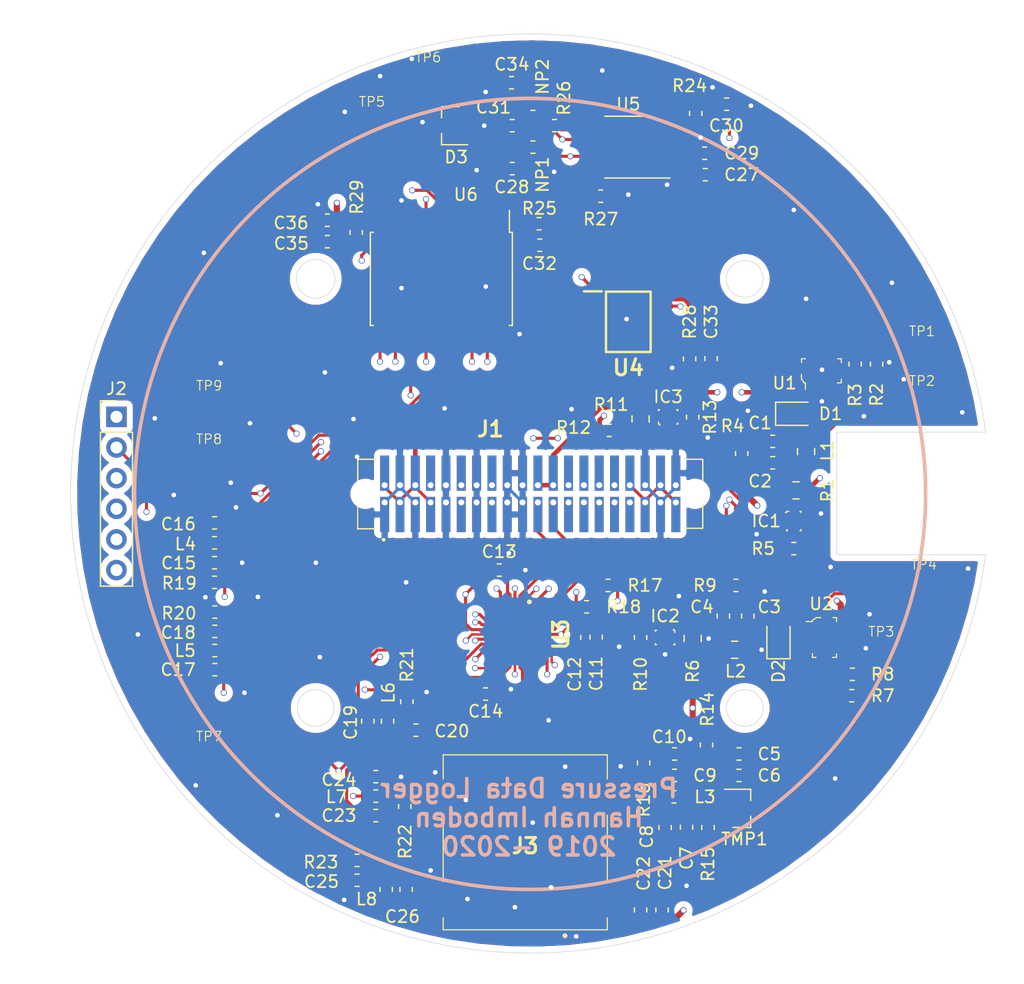
<source format=kicad_pcb>
(kicad_pcb (version 20171130) (host pcbnew "(5.1.4)-1")
  (layers (0 F.Cu signal) (1 In1.Cu_3V3 signal) (2 In2.Cu signal) (31 B.Cu_GND power) (34 B.Paste user) (35 F.Paste user) (36 B.SilkS user) (37 F.SilkS user) (38 B.Mask user) (39 F.Mask user) (44 Edge.Cuts user))
  (net 0 "")
  (net 1 GND)
  (net 2 "Net-(J1-Pad33)")
  (net 3 "Net-(J1-Pad32)")
  (net 4 "Net-(J1-Pad31)")
  (net 5 "Net-(J1-Pad30)")
  (net 6 "Net-(J1-Pad29)")
  (net 7 CAN_L)
  (net 8 CAN_H)
  (net 9 "Net-(J1-Pad8)")
  (net 10 "Net-(C1-Pad1)")
  (net 11 "Net-(C2-Pad2)")
  (net 12 "Net-(C2-Pad1)")
  (net 13 "Net-(C3-Pad1)")
  (net 14 "Net-(C4-Pad2)")
  (net 15 "Net-(C4-Pad1)")
  (net 16 +5V)
  (net 17 "Net-(C7-Pad2)")
  (net 18 TSENSE_1)
  (net 19 "Net-(C10-Pad1)")
  (net 20 "Net-(C11-Pad1)")
  (net 21 +3V3)
  (net 22 "Net-(C14-Pad1)")
  (net 23 SD_MOSI)
  (net 24 SD_MISO)
  (net 25 SCK)
  (net 26 SD_CLK)
  (net 27 "Net-(R2-Pad2)")
  (net 28 !ENABLE_3V3)
  (net 29 I_3V3)
  (net 30 "Net-(R7-Pad2)")
  (net 31 !ENABLE_5V)
  (net 32 I_5V)
  (net 33 3V3_FAULT)
  (net 34 +3.3VP)
  (net 35 5V_FAULT)
  (net 36 +5VP)
  (net 37 UART_TX)
  (net 38 UPDC_TX)
  (net 39 UART_RX)
  (net 40 UPDC_RX)
  (net 41 MOSI)
  (net 42 MISO)
  (net 43 PDC_3V3)
  (net 44 IPDC)
  (net 45 CAN_RESET)
  (net 46 CAN_CS)
  (net 47 CAN_INT)
  (net 48 RX0BF)
  (net 49 RX1BF)
  (net 50 TX2RTS)
  (net 51 TX1RTS)
  (net 52 TX0RTS)
  (net 53 "Net-(C31-Pad1)")
  (net 54 "Net-(U4-Pad12)")
  (net 55 "Net-(U6-Pad8)")
  (net 56 "Net-(U6-Pad7)")
  (net 57 "Net-(U6-Pad3)")
  (net 58 "Net-(U4-Pad2)")
  (net 59 ~MCLR)
  (net 60 "Net-(U3-Pad20)")
  (net 61 SD_CS)
  (net 62 PGEC1)
  (net 63 PGED1)
  (net 64 "Net-(J3-Pad8)")
  (net 65 "Net-(J3-Pad1)")
  (net 66 "Net-(J1-Pad27)")
  (net 67 "Net-(J1-Pad25)")
  (net 68 "Net-(IC1-Pad4)")
  (net 69 "Net-(IC1-Pad2)")
  (net 70 "Net-(IC2-Pad4)")
  (net 71 "Net-(IC2-Pad2)")
  (net 72 "Net-(IC3-Pad4)")
  (net 73 "Net-(IC3-Pad2)")
  (net 74 "Net-(J2-Pad6)")
  (net 75 VSS)
  (net 76 VDD)
  (net 77 "Net-(U4-Pad4)")
  (net 78 "Net-(U4-Pad5)")
  (net 79 "Net-(U4-Pad6)")
  (net 80 "Net-(U4-Pad9)")
  (net 81 "Net-(U4-Pad10)")
  (net 82 "Net-(U4-Pad11)")
  (net 83 "Net-(U3-Pad6)")
  (net 84 "Net-(C5-Pad2)")
  (net 85 "Net-(C15-Pad2)")
  (net 86 "Net-(C18-Pad2)")
  (net 87 "Net-(C19-Pad2)")
  (net 88 "Net-(C23-Pad2)")
  (net 89 "Net-(C25-Pad2)")
  (net 90 "Net-(C30-Pad1)")
  (net 91 "Net-(C32-Pad2)")
  (net 92 "Net-(IC3-Pad1)")
  (net 93 "Net-(R24-Pad2)")
  (net 94 "Net-(R25-Pad2)")
  (net 95 "Net-(R26-Pad1)")
  (net 96 "Net-(R27-Pad1)")
  (net 97 "Net-(R29-Pad1)")
  (module Resistor_SMD:R_0603_1608Metric (layer F.Cu) (at 167.005 147.8406 90)
    (fp_text reference R14 (at 2.959 0.0762 270) (layer F.SilkS))
    (fp_text value 0)
    (pad 2 smd roundrect (at 0.7875 0 90) (size 0.875 0.95) (layers F.Cu F.Paste F.Mask) (net 16 +5V))
    (pad 1 smd roundrect (at -0.7875 0 90) (size 0.875 0.95) (layers F.Cu F.Paste F.Mask) (net 84 "Net-(C5-Pad2)"))
  )
  (module TestPoint:TP380X203 (layer F.Cu) (at 125.7554 119.888)
    (fp_text reference TP9 (at 0.0381 -1.8161) (layer F.SilkS) (effects (font (size 0.8 0.8) (thickness 0.09))))
    (fp_text value T)
    (pad 1 smd rect (at 0 0) (size 3.8 2.03) (layers F.Cu F.Paste F.Mask) (net 25 SCK))
  )
  (module TestPoint:TP380X203 (layer F.Cu) (at 125.7427 124.3203)
    (fp_text reference TP8 (at 0.0381 -1.8161) (layer F.SilkS) (effects (font (size 0.8 0.8) (thickness 0.09))))
    (fp_text value T)
    (pad 1 smd rect (at 0 0) (size 3.8 2.03) (layers F.Cu F.Paste F.Mask) (net 41 MOSI))
  )
  (module TestPoint:TP380X203 (layer F.Cu) (at 125.7427 148.9837)
    (fp_text reference TP7 (at 0.0381 -1.8415) (layer F.SilkS) (effects (font (size 0.8 0.8) (thickness 0.09))))
    (fp_text value T)
    (pad 1 smd rect (at 0 0) (size 3.8 2.03) (layers F.Cu F.Paste F.Mask) (net 42 MISO))
  )
  (module TestPoint:TP380X203 (layer F.Cu) (at 142.8877 92.8116)
    (fp_text reference TP6 (at 1.0541 -1.9558) (layer F.SilkS) (effects (font (size 0.8 0.8) (thickness 0.09))))
    (fp_text value T)
    (pad 1 smd rect (at 0 0) (size 3.8 2.03) (layers F.Cu F.Paste F.Mask) (net 7 CAN_L))
  )
  (module TestPoint:TP380X203 (layer F.Cu) (at 140.5636 96.4692)
    (fp_text reference TP5 (at -1.2827 -1.9304) (layer F.SilkS) (effects (font (size 0.8 0.8) (thickness 0.09))))
    (fp_text value T)
    (pad 1 smd rect (at 0 0) (size 3.8 2.03) (layers F.Cu F.Paste F.Mask) (net 8 CAN_H))
  )
  (module TestPoint:TP380X203 (layer F.Cu) (at 184.9755 134.6581)
    (fp_text reference TP4 (at 0.04 -1.758) (layer F.SilkS) (effects (font (size 0.8 0.8) (thickness 0.09))))
    (fp_text value T)
    (pad 1 smd rect (at 0 0) (size 3.8 2.03) (layers F.Cu F.Paste F.Mask) (net 15 "Net-(C4-Pad1)"))
  )
  (module TestPoint:TP380X203 (layer F.Cu) (at 184.9755 138.3792)
    (fp_text reference TP3 (at -3.4798 0.0762) (layer F.SilkS) (effects (font (size 0.8 0.8) (thickness 0.09))))
    (fp_text value T)
    (pad 1 smd rect (at 0 0) (size 3.8 2.03) (layers F.Cu F.Paste F.Mask) (net 13 "Net-(C3-Pad1)"))
  )
  (module TestPoint:TP380X203 (layer F.Cu) (at 184.8231 119.4308)
    (fp_text reference TP2 (at 0.04 -1.758) (layer F.SilkS) (effects (font (size 0.8 0.8) (thickness 0.09))))
    (fp_text value T)
    (pad 1 smd rect (at 0 0) (size 3.8 2.03) (layers F.Cu F.Paste F.Mask) (net 12 "Net-(C2-Pad1)"))
  )
  (module TestPoint:TP380X203 (layer F.Cu) (at 184.8231 115.316)
    (fp_text reference TP1 (at 0.04 -1.758) (layer F.SilkS) (effects (font (size 0.8 0.8) (thickness 0.09))))
    (fp_text value T)
    (pad 1 smd rect (at 0 0) (size 3.8 2.03) (layers F.Cu F.Paste F.Mask) (net 10 "Net-(C1-Pad1)"))
  )
  (module Resistor_SMD:R_0603_1608Metric (layer F.Cu) (at 137.9728 105.3718 270)
    (fp_text reference R29 (at -2.9336 -0.0508 90) (layer F.SilkS))
    (fp_text value 0)
    (pad 2 smd roundrect (at 0.7875 0 270) (size 0.875 0.95) (layers F.Cu F.Paste F.Mask) (net 21 +3V3))
    (pad 1 smd roundrect (at -0.7875 0 270) (size 0.875 0.95) (layers F.Cu F.Paste F.Mask) (net 97 "Net-(R29-Pad1)"))
  )
  (module Resistor_SMD:R_0603_1608Metric (layer F.Cu) (at 158.9404 121.7676)
    (fp_text reference R12 (at -2.9463 -0.2286) (layer F.SilkS))
    (fp_text value 0)
    (pad 2 smd roundrect (at 0.7875 0) (size 0.875 0.95) (layers F.Cu F.Paste F.Mask) (net 92 "Net-(IC3-Pad1)"))
    (pad 1 smd roundrect (at -0.7875 0) (size 0.875 0.95) (layers F.Cu F.Paste F.Mask) (net 21 +3V3))
  )
  (module MASA_Library:Stack_Connector_2019_2020 (layer F.Cu) (at 152.4 127.0292)
    (fp_text reference J1 (at -3.302 -5.3632 180) (layer F.SilkS) (effects (font (size 1.27 1.27) (thickness 0.254))))
    (fp_text value SC_19-20 hide)
    (pad 1 thru_hole rect (at -12.065 0.715) (size 0.74 2.92) (drill 0.5 (offset 0 1)) (layers *.Cu *.Mask) (net 1 GND))
    (pad 2 thru_hole rect (at -12.065 -0.715) (size 0.74 2.92) (drill 0.5 (offset 0 -1)) (layers *.Cu *.Mask) (net 34 +3.3VP))
    (pad 3 thru_hole rect (at -10.795 0.715) (size 0.74 2.92) (drill 0.5 (offset 0 1)) (layers *.Cu *.Mask) (net 34 +3.3VP))
    (pad 4 thru_hole rect (at -10.795 -0.715) (size 0.74 2.92) (drill 0.5 (offset 0 -1)) (layers *.Cu *.Mask) (net 1 GND))
    (pad 5 thru_hole rect (at -9.525 0.715) (size 0.74 2.92) (drill 0.5 (offset 0 1)) (layers *.Cu *.Mask) (net 1 GND))
    (pad 6 thru_hole rect (at -9.525 -0.715) (size 0.74 2.92) (drill 0.5 (offset 0 -1)) (layers *.Cu *.Mask) (net 34 +3.3VP))
    (pad 7 thru_hole rect (at -8.255 0.715) (size 0.74 2.92) (drill 0.5 (offset 0 1)) (layers *.Cu *.Mask) (net 34 +3.3VP))
    (pad 8 thru_hole rect (at -8.255 -0.715) (size 0.74 2.92) (drill 0.5 (offset 0 -1)) (layers *.Cu *.Mask) (net 9 "Net-(J1-Pad8)"))
    (pad 9 thru_hole rect (at -6.985 0.715) (size 0.74 2.92) (drill 0.5 (offset 0 1)) (layers *.Cu *.Mask) (net 1 GND))
    (pad 10 thru_hole rect (at -6.985 -0.715) (size 0.74 2.92) (drill 0.5 (offset 0 -1)) (layers *.Cu *.Mask) (net 1 GND))
    (pad 11 thru_hole rect (at -5.715 0.715) (size 0.74 2.92) (drill 0.5 (offset 0 1)) (layers *.Cu *.Mask) (net 43 PDC_3V3))
    (pad 12 thru_hole rect (at -5.715 -0.715) (size 0.74 2.92) (drill 0.5 (offset 0 -1)) (layers *.Cu *.Mask) (net 43 PDC_3V3))
    (pad 13 thru_hole rect (at -4.445 0.715) (size 0.74 2.92) (drill 0.5 (offset 0 1)) (layers *.Cu *.Mask) (net 1 GND))
    (pad 14 thru_hole rect (at -4.445 -0.715) (size 0.74 2.92) (drill 0.5 (offset 0 -1)) (layers *.Cu *.Mask) (net 1 GND))
    (pad 15 thru_hole rect (at -3.175 0.715) (size 0.74 2.92) (drill 0.5 (offset 0 1)) (layers *.Cu *.Mask) (net 43 PDC_3V3))
    (pad 16 thru_hole rect (at -3.175 -0.715) (size 0.74 2.92) (drill 0.5 (offset 0 -1)) (layers *.Cu *.Mask) (net 43 PDC_3V3))
    (pad 17 thru_hole rect (at -1.905 0.715) (size 0.74 2.92) (drill 0.5 (offset 0 1)) (layers *.Cu *.Mask) (net 1 GND))
    (pad 18 thru_hole rect (at -1.905 -0.715) (size 0.74 2.92) (drill 0.5 (offset 0 -1)) (layers *.Cu *.Mask) (net 1 GND))
    (pad 19 thru_hole rect (at -0.635 0.715) (size 0.74 2.92) (drill 0.5 (offset 0 1)) (layers *.Cu *.Mask) (net 1 GND))
    (pad 20 thru_hole rect (at -0.635 -0.715) (size 0.74 2.92) (drill 0.5 (offset 0 -1)) (layers *.Cu *.Mask) (net 1 GND))
    (pad 21 thru_hole rect (at 0.635 0.715) (size 0.74 2.92) (drill 0.5 (offset 0 1)) (layers *.Cu *.Mask) (net 8 CAN_H))
    (pad 22 thru_hole rect (at 0.635 -0.715) (size 0.74 2.92) (drill 0.5 (offset 0 -1)) (layers *.Cu *.Mask) (net 43 PDC_3V3))
    (pad 23 thru_hole rect (at 1.905 0.715) (size 0.74 2.92) (drill 0.5 (offset 0 1)) (layers *.Cu *.Mask) (net 7 CAN_L))
    (pad 24 thru_hole rect (at 1.905 -0.715) (size 0.74 2.92) (drill 0.5 (offset 0 -1)) (layers *.Cu *.Mask) (net 43 PDC_3V3))
    (pad 25 thru_hole rect (at 3.175 0.715) (size 0.74 2.92) (drill 0.5 (offset 0 1)) (layers *.Cu *.Mask) (net 67 "Net-(J1-Pad25)"))
    (pad 26 thru_hole rect (at 3.175 -0.715) (size 0.74 2.92) (drill 0.5 (offset 0 -1)) (layers *.Cu *.Mask) (net 38 UPDC_TX))
    (pad 27 thru_hole rect (at 4.445 0.715) (size 0.74 2.92) (drill 0.5 (offset 0 1)) (layers *.Cu *.Mask) (net 66 "Net-(J1-Pad27)"))
    (pad 28 thru_hole rect (at 4.445 -0.715) (size 0.74 2.92) (drill 0.5 (offset 0 -1)) (layers *.Cu *.Mask) (net 40 UPDC_RX))
    (pad 29 thru_hole rect (at 5.715 0.715) (size 0.74 2.92) (drill 0.5 (offset 0 1)) (layers *.Cu *.Mask) (net 6 "Net-(J1-Pad29)"))
    (pad 30 thru_hole rect (at 5.715 -0.715) (size 0.74 2.92) (drill 0.5 (offset 0 -1)) (layers *.Cu *.Mask) (net 5 "Net-(J1-Pad30)"))
    (pad 31 thru_hole rect (at 6.985 0.715) (size 0.74 2.92) (drill 0.5 (offset 0 1)) (layers *.Cu *.Mask) (net 4 "Net-(J1-Pad31)"))
    (pad 32 thru_hole rect (at 6.985 -0.715) (size 0.74 2.92) (drill 0.5 (offset 0 -1)) (layers *.Cu *.Mask) (net 3 "Net-(J1-Pad32)"))
    (pad 33 thru_hole rect (at 8.255 0.715) (size 0.74 2.92) (drill 0.5 (offset 0 1)) (layers *.Cu *.Mask) (net 2 "Net-(J1-Pad33)"))
    (pad 34 thru_hole rect (at 8.255 -0.715) (size 0.74 2.92) (drill 0.5 (offset 0 -1)) (layers *.Cu *.Mask) (net 36 +5VP))
    (pad 35 thru_hole rect (at 9.525 0.715) (size 0.74 2.92) (drill 0.5 (offset 0 1)) (layers *.Cu *.Mask) (net 36 +5VP))
    (pad 36 thru_hole rect (at 9.525 -0.715) (size 0.74 2.92) (drill 0.5 (offset 0 -1)) (layers *.Cu *.Mask) (net 1 GND))
    (pad 37 thru_hole rect (at 10.795 0.715) (size 0.74 2.92) (drill 0.5 (offset 0 1)) (layers *.Cu *.Mask) (net 1 GND))
    (pad 38 thru_hole rect (at 10.795 -0.715) (size 0.74 2.92) (drill 0.5 (offset 0 -1)) (layers *.Cu *.Mask) (net 36 +5VP))
    (pad 39 thru_hole rect (at 12.065 0.715) (size 0.74 2.92) (drill 0.5 (offset 0 1)) (layers *.Cu *.Mask) (net 36 +5VP))
    (pad 40 thru_hole rect (at 12.065 -0.715) (size 0.74 2.92) (drill 0.5 (offset 0 -1)) (layers *.Cu *.Mask) (net 1 GND))
    (pad MH1 np_thru_hole circle (at -13.655 0) (size 1.5 0) (drill 1.5) (layers *.Cu *.Mask))
    (pad MH2 np_thru_hole circle (at 13.655 0) (size 1.5 0) (drill 1.5) (layers *.Cu *.Mask))
  )
  (module PIC32:PIC32MM0016GPL028EM6 (layer F.Cu) (at 151.13 138.684 270)
    (fp_text reference U3 (at 0 -3.81 90) (layer F.SilkS) (effects (font (size 1.27 1.27) (thickness 0.254))))
    (fp_text value PIC32MM0256GPM028T hide)
    (pad 1 smd rect (at -1.95 -1.2) (size 0.2 0.85) (layers F.Cu F.Paste F.Mask) (net 63 PGED1))
    (pad 2 smd rect (at -1.95 -0.8) (size 0.2 0.85) (layers F.Cu F.Paste F.Mask) (net 62 PGEC1))
    (pad 3 smd rect (at -1.95 -0.4) (size 0.2 0.85) (layers F.Cu F.Paste F.Mask) (net 44 IPDC))
    (pad 4 smd rect (at -1.95 0) (size 0.2 0.85) (layers F.Cu F.Paste F.Mask) (net 47 CAN_INT))
    (pad 5 smd rect (at -1.95 0.4) (size 0.2 0.85) (layers F.Cu F.Paste F.Mask) (net 1 GND))
    (pad 6 smd rect (at -1.95 0.8) (size 0.2 0.85) (layers F.Cu F.Paste F.Mask) (net 83 "Net-(U3-Pad6)"))
    (pad 7 smd rect (at -1.95 1.2) (size 0.2 0.85) (layers F.Cu F.Paste F.Mask) (net 45 CAN_RESET))
    (pad 8 smd rect (at -1.2 1.95 270) (size 0.2 0.85) (layers F.Cu F.Paste F.Mask) (net 46 CAN_CS))
    (pad 9 smd rect (at -0.8 1.95 270) (size 0.2 0.85) (layers F.Cu F.Paste F.Mask) (net 25 SCK))
    (pad 10 smd rect (at -0.4 1.95 270) (size 0.2 0.85) (layers F.Cu F.Paste F.Mask) (net 21 +3V3))
    (pad 11 smd rect (at 0 1.95 270) (size 0.2 0.85) (layers F.Cu F.Paste F.Mask) (net 48 RX0BF))
    (pad 12 smd rect (at 0.4 1.95 270) (size 0.2 0.85) (layers F.Cu F.Paste F.Mask) (net 49 RX1BF))
    (pad 13 smd rect (at 0.8 1.95 270) (size 0.2 0.85) (layers F.Cu F.Paste F.Mask) (net 42 MISO))
    (pad 14 smd rect (at 1.2 1.95 270) (size 0.2 0.85) (layers F.Cu F.Paste F.Mask) (net 52 TX0RTS))
    (pad 15 smd rect (at 1.95 1.2) (size 0.2 0.85) (layers F.Cu F.Paste F.Mask) (net 51 TX1RTS))
    (pad 16 smd rect (at 1.95 0.8) (size 0.2 0.85) (layers F.Cu F.Paste F.Mask) (net 41 MOSI))
    (pad 17 smd rect (at 1.95 0.4) (size 0.2 0.85) (layers F.Cu F.Paste F.Mask) (net 22 "Net-(C14-Pad1)"))
    (pad 18 smd rect (at 1.95 0) (size 0.2 0.85) (layers F.Cu F.Paste F.Mask) (net 50 TX2RTS))
    (pad 19 smd rect (at 1.95 -0.4) (size 0.2 0.85) (layers F.Cu F.Paste F.Mask) (net 61 SD_CS))
    (pad 20 smd rect (at 1.95 -0.8) (size 0.2 0.85) (layers F.Cu F.Paste F.Mask) (net 60 "Net-(U3-Pad20)"))
    (pad 21 smd rect (at 1.95 -1.2) (size 0.2 0.85) (layers F.Cu F.Paste F.Mask) (net 18 TSENSE_1))
    (pad 22 smd rect (at 1.2 -1.95 270) (size 0.2 0.85) (layers F.Cu F.Paste F.Mask) (net 37 UART_TX))
    (pad 23 smd rect (at 0.8 -1.95 270) (size 0.2 0.85) (layers F.Cu F.Paste F.Mask) (net 39 UART_RX))
    (pad 24 smd rect (at 0.4 -1.95 270) (size 0.2 0.85) (layers F.Cu F.Paste F.Mask) (net 1 GND))
    (pad 25 smd rect (at 0 -1.95 270) (size 0.2 0.85) (layers F.Cu F.Paste F.Mask) (net 21 +3V3))
    (pad 26 smd rect (at -0.4 -1.95 270) (size 0.2 0.85) (layers F.Cu F.Paste F.Mask) (net 59 ~MCLR))
    (pad 27 smd rect (at -0.8 -1.95 270) (size 0.2 0.85) (layers F.Cu F.Paste F.Mask) (net 32 I_5V))
    (pad 28 smd rect (at -1.2 -1.95 270) (size 0.2 0.85) (layers F.Cu F.Paste F.Mask) (net 29 I_3V3))
    (pad 29 smd rect (at 0 0 270) (size 2 2) (layers F.Cu F.Paste F.Mask))
    (pad 30 smd rect (at -1.95 -1.95 270) (size 0.78 0.78) (layers F.Cu F.Paste F.Mask))
    (pad 31 smd rect (at -1.95 1.95 270) (size 0.78 0.78) (layers F.Cu F.Paste F.Mask))
    (pad 32 smd rect (at 1.95 1.95 270) (size 0.78 0.78) (layers F.Cu F.Paste F.Mask))
    (pad 33 smd rect (at 1.95 -1.95 270) (size 0.78 0.78) (layers F.Cu F.Paste F.Mask))
  )
  (module digikey-footprints:UFDFN-6_1.45x1mm (layer F.Cu) (at 163.83 120.65)
    (fp_text reference IC3 (at 0 -1.66) (layer F.SilkS))
    (fp_text value FAN4010IL6X_F113)
    (pad 6 smd rect (at -0.5 -0.375) (size 0.3 0.49) (layers F.Cu F.Paste F.Mask) (net 43 PDC_3V3))
    (pad 5 smd rect (at 0 -0.375) (size 0.3 0.49) (layers F.Cu F.Paste F.Mask) (net 1 GND))
    (pad 4 smd rect (at 0.5 -0.375) (size 0.3 0.49) (layers F.Cu F.Paste F.Mask) (net 72 "Net-(IC3-Pad4)"))
    (pad 3 smd rect (at 0.5 0.375) (size 0.3 0.49) (layers F.Cu F.Paste F.Mask) (net 44 IPDC))
    (pad 1 smd rect (at -0.5 0.39) (size 0.3 0.52) (layers F.Cu F.Paste F.Mask) (net 92 "Net-(IC3-Pad1)"))
    (pad 2 smd rect (at 0 0.375) (size 0.3 0.49) (layers F.Cu F.Paste F.Mask) (net 73 "Net-(IC3-Pad2)"))
  )
  (module MASA_Library:472192001 (layer F.Cu) (at 151.985 156.21)
    (fp_text reference J3 (at 0 0) (layer F.SilkS) (effects (font (size 1.27 1.27) (thickness 0.254))))
    (fp_text value 47219-2001 hide)
    (pad 12 smd rect (at 6.875 4.4) (size 1.45 2) (layers F.Cu F.Paste F.Mask) (net 1 GND))
    (pad 11 smd rect (at 6.875 -3.9) (size 1.45 2) (layers F.Cu F.Paste F.Mask) (net 1 GND))
    (pad 10 smd rect (at -6.875 -3.9) (size 1.45 2) (layers F.Cu F.Paste F.Mask) (net 1 GND))
    (pad 9 smd rect (at -6.875 4.4) (size 1.45 2) (layers F.Cu F.Paste F.Mask) (net 1 GND))
    (pad 8 smd rect (at -4.495 1.8) (size 0.8 1.5) (layers F.Cu F.Paste F.Mask) (net 64 "Net-(J3-Pad8)"))
    (pad 7 smd rect (at -3.395 1.8) (size 0.8 1.5) (layers F.Cu F.Paste F.Mask) (net 24 SD_MISO))
    (pad 6 smd rect (at -2.295 1.8) (size 0.8 1.5) (layers F.Cu F.Paste F.Mask) (net 1 GND))
    (pad 5 smd rect (at -1.195 1.8) (size 0.8 1.5) (layers F.Cu F.Paste F.Mask) (net 26 SD_CLK))
    (pad 4 smd rect (at -0.095 1.8) (size 0.8 1.5) (layers F.Cu F.Paste F.Mask) (net 21 +3V3))
    (pad 3 smd rect (at 1.005 1.8) (size 0.8 1.5) (layers F.Cu F.Paste F.Mask) (net 23 SD_MOSI))
    (pad 2 smd rect (at 2.105 1.8) (size 0.8 1.5) (layers F.Cu F.Paste F.Mask) (net 61 SD_CS))
    (pad 1 smd rect (at 3.205 1.8) (size 0.8 1.5) (layers F.Cu F.Paste F.Mask) (net 65 "Net-(J3-Pad1)"))
  )
  (module Capacitor_SMD:C_0603_1608Metric (layer F.Cu) (at 169.6975 148.59 180)
    (fp_text reference C5 (at -2.5145 0) (layer F.SilkS))
    (fp_text value 100n)
    (pad 2 smd roundrect (at 0.7875 0 180) (size 0.875 0.95) (layers F.Cu F.Paste F.Mask) (net 84 "Net-(C5-Pad2)"))
    (pad 1 smd roundrect (at -0.7875 0 180) (size 0.875 0.95) (layers F.Cu F.Paste F.Mask) (net 1 GND))
  )
  (module Connector_PinHeader_2.54mm:PinHeader_1x06_P2.54mm_Vertical (layer F.Cu) (at 118.11 120.65)
    (fp_text reference J2 (at 0 -2.33) (layer F.SilkS))
    (fp_text value Conn_01x06)
    (pad 6 thru_hole oval (at 0 12.7) (size 1.7 1.7) (drill 1) (layers *.Cu *.Mask) (net 74 "Net-(J2-Pad6)"))
    (pad 5 thru_hole oval (at 0 10.16) (size 1.7 1.7) (drill 1) (layers *.Cu *.Mask) (net 75 VSS))
    (pad 4 thru_hole oval (at 0 7.62) (size 1.7 1.7) (drill 1) (layers *.Cu *.Mask) (net 76 VDD))
    (pad 3 thru_hole oval (at 0 5.08) (size 1.7 1.7) (drill 1) (layers *.Cu *.Mask) (net 63 PGED1))
    (pad 2 thru_hole oval (at 0 2.54) (size 1.7 1.7) (drill 1) (layers *.Cu *.Mask) (net 62 PGEC1))
    (pad 1 thru_hole rect (at 0 0) (size 1.7 1.7) (drill 1) (layers *.Cu *.Mask) (net 59 ~MCLR))
  )
  (module Package_SO:SOIC-18W_7.5x11.6mm_P1.27mm (layer F.Cu) (at 145.034 109.22 270)
    (fp_text reference U6 (at -6.985 -2.032 180) (layer F.SilkS))
    (fp_text value MCP2515-xSO)
    (pad 18 smd roundrect (at 4.65 -5.08 270) (size 2.05 0.6) (layers F.Cu F.Paste F.Mask) (net 1 GND))
    (pad 17 smd roundrect (at 4.65 -3.81 270) (size 2.05 0.6) (layers F.Cu F.Paste F.Mask) (net 45 CAN_RESET))
    (pad 16 smd roundrect (at 4.65 -2.54 270) (size 2.05 0.6) (layers F.Cu F.Paste F.Mask) (net 46 CAN_CS))
    (pad 15 smd roundrect (at 4.65 -1.27 270) (size 2.05 0.6) (layers F.Cu F.Paste F.Mask) (net 42 MISO))
    (pad 14 smd roundrect (at 4.65 0 270) (size 2.05 0.6) (layers F.Cu F.Paste F.Mask) (net 41 MOSI))
    (pad 13 smd roundrect (at 4.65 1.27 270) (size 2.05 0.6) (layers F.Cu F.Paste F.Mask) (net 25 SCK))
    (pad 12 smd roundrect (at 4.65 2.54 270) (size 2.05 0.6) (layers F.Cu F.Paste F.Mask) (net 47 CAN_INT))
    (pad 11 smd roundrect (at 4.65 3.81 270) (size 2.05 0.6) (layers F.Cu F.Paste F.Mask) (net 48 RX0BF))
    (pad 10 smd roundrect (at 4.65 5.08 270) (size 2.05 0.6) (layers F.Cu F.Paste F.Mask) (net 49 RX1BF))
    (pad 9 smd roundrect (at -4.65 5.08 270) (size 2.05 0.6) (layers F.Cu F.Paste F.Mask) (net 97 "Net-(R29-Pad1)"))
    (pad 8 smd roundrect (at -4.65 3.81 270) (size 2.05 0.6) (layers F.Cu F.Paste F.Mask) (net 55 "Net-(U6-Pad8)"))
    (pad 7 smd roundrect (at -4.65 2.54 270) (size 2.05 0.6) (layers F.Cu F.Paste F.Mask) (net 56 "Net-(U6-Pad7)"))
    (pad 6 smd roundrect (at -4.65 1.27 270) (size 2.05 0.6) (layers F.Cu F.Paste F.Mask) (net 50 TX2RTS))
    (pad 5 smd roundrect (at -4.65 0 270) (size 2.05 0.6) (layers F.Cu F.Paste F.Mask) (net 51 TX1RTS))
    (pad 4 smd roundrect (at -4.65 -1.27 270) (size 2.05 0.6) (layers F.Cu F.Paste F.Mask) (net 52 TX0RTS))
    (pad 3 smd roundrect (at -4.65 -2.54 270) (size 2.05 0.6) (layers F.Cu F.Paste F.Mask) (net 57 "Net-(U6-Pad3)"))
    (pad 2 smd roundrect (at -4.65 -3.81 270) (size 2.05 0.6) (layers F.Cu F.Paste F.Mask) (net 58 "Net-(U4-Pad2)"))
    (pad 1 smd roundrect (at -4.65 -5.08 270) (size 2.05 0.6) (layers F.Cu F.Paste F.Mask) (net 94 "Net-(R25-Pad2)"))
  )
  (module Package_SO:SOIC-8_3.9x4.9mm_P1.27mm (layer F.Cu) (at 160.528 98.298 180)
    (fp_text reference U5 (at 0 3.556) (layer F.SilkS))
    (fp_text value SN65HVD1050D)
    (pad 8 smd roundrect (at 2.475 -1.905 180) (size 1.95 0.6) (layers F.Cu F.Paste F.Mask) (net 96 "Net-(R27-Pad1)"))
    (pad 7 smd roundrect (at 2.475 -0.635 180) (size 1.95 0.6) (layers F.Cu F.Paste F.Mask) (net 8 CAN_H))
    (pad 6 smd roundrect (at 2.475 0.635 180) (size 1.95 0.6) (layers F.Cu F.Paste F.Mask) (net 7 CAN_L))
    (pad 5 smd roundrect (at 2.475 1.905 180) (size 1.95 0.6) (layers F.Cu F.Paste F.Mask) (net 95 "Net-(R26-Pad1)"))
    (pad 4 smd roundrect (at -2.475 1.905 180) (size 1.95 0.6) (layers F.Cu F.Paste F.Mask) (net 93 "Net-(R24-Pad2)"))
    (pad 3 smd roundrect (at -2.475 0.635 180) (size 1.95 0.6) (layers F.Cu F.Paste F.Mask) (net 16 +5V))
    (pad 2 smd roundrect (at -2.475 -0.635 180) (size 1.95 0.6) (layers F.Cu F.Paste F.Mask) (net 1 GND))
    (pad 1 smd roundrect (at -2.475 -1.905 180) (size 1.95 0.6) (layers F.Cu F.Paste F.Mask) (net 54 "Net-(U4-Pad12)"))
  )
  (module TXB0104PWR:TXB0104PWR (layer F.Cu) (at 160.528 112.776)
    (fp_text reference U4 (at 0 3.81) (layer F.SilkS) (effects (font (size 1.27 1.27) (thickness 0.254))))
    (fp_text value TXB0104PWR hide)
    (pad 1 smd rect (at -2.938 -1.95 90) (size 0.45 1.475) (layers F.Cu F.Paste F.Mask) (net 21 +3V3))
    (pad 2 smd rect (at -2.938 -1.3 90) (size 0.45 1.475) (layers F.Cu F.Paste F.Mask) (net 58 "Net-(U4-Pad2)"))
    (pad 3 smd rect (at -2.938 -0.65 90) (size 0.45 1.475) (layers F.Cu F.Paste F.Mask) (net 91 "Net-(C32-Pad2)"))
    (pad 4 smd rect (at -2.938 0 90) (size 0.45 1.475) (layers F.Cu F.Paste F.Mask) (net 77 "Net-(U4-Pad4)"))
    (pad 5 smd rect (at -2.938 0.65 90) (size 0.45 1.475) (layers F.Cu F.Paste F.Mask) (net 78 "Net-(U4-Pad5)"))
    (pad 6 smd rect (at -2.938 1.3 90) (size 0.45 1.475) (layers F.Cu F.Paste F.Mask) (net 79 "Net-(U4-Pad6)"))
    (pad 7 smd rect (at -2.938 1.95 90) (size 0.45 1.475) (layers F.Cu F.Paste F.Mask) (net 1 GND))
    (pad 8 smd rect (at 2.938 1.95 90) (size 0.45 1.475) (layers F.Cu F.Paste F.Mask) (net 16 +5V))
    (pad 9 smd rect (at 2.938 1.3 90) (size 0.45 1.475) (layers F.Cu F.Paste F.Mask) (net 80 "Net-(U4-Pad9)"))
    (pad 10 smd rect (at 2.938 0.65 90) (size 0.45 1.475) (layers F.Cu F.Paste F.Mask) (net 81 "Net-(U4-Pad10)"))
    (pad 11 smd rect (at 2.938 0 90) (size 0.45 1.475) (layers F.Cu F.Paste F.Mask) (net 82 "Net-(U4-Pad11)"))
    (pad 12 smd rect (at 2.938 -0.65 90) (size 0.45 1.475) (layers F.Cu F.Paste F.Mask) (net 54 "Net-(U4-Pad12)"))
    (pad 13 smd rect (at 2.938 -1.3 90) (size 0.45 1.475) (layers F.Cu F.Paste F.Mask) (net 90 "Net-(C30-Pad1)"))
    (pad 14 smd rect (at 2.938 -1.95 90) (size 0.45 1.475) (layers F.Cu F.Paste F.Mask) (net 16 +5V))
  )
  (module digikey-footprints:SOT-753 (layer F.Cu) (at 176.784 138.938 270)
    (fp_text reference U2 (at -2.794 0.254 180) (layer F.SilkS))
    (fp_text value STMPS2141STR)
    (pad 1 smd rect (at -0.95 1.35 270) (size 0.6 1.05) (layers F.Cu F.Paste F.Mask) (net 13 "Net-(C3-Pad1)"))
    (pad 2 smd rect (at 0 1.35 270) (size 0.6 1.05) (layers F.Cu F.Paste F.Mask) (net 1 GND))
    (pad 3 smd rect (at 0.95 1.35 270) (size 0.6 1.05) (layers F.Cu F.Paste F.Mask) (net 35 5V_FAULT))
    (pad 4 smd rect (at 0.95 -1.35 270) (size 0.6 1.05) (layers F.Cu F.Paste F.Mask) (net 30 "Net-(R7-Pad2)"))
    (pad 5 smd rect (at -0.95 -1.35 270) (size 0.6 1.05) (layers F.Cu F.Paste F.Mask) (net 36 +5VP))
  )
  (module digikey-footprints:SOT-753 (layer F.Cu) (at 176.53 116.84)
    (fp_text reference U1 (at -3.048 1.016) (layer F.SilkS))
    (fp_text value STMPS2141STR)
    (pad 1 smd rect (at -0.95 1.35) (size 0.6 1.05) (layers F.Cu F.Paste F.Mask) (net 10 "Net-(C1-Pad1)"))
    (pad 2 smd rect (at 0 1.35) (size 0.6 1.05) (layers F.Cu F.Paste F.Mask) (net 1 GND))
    (pad 3 smd rect (at 0.95 1.35) (size 0.6 1.05) (layers F.Cu F.Paste F.Mask) (net 33 3V3_FAULT))
    (pad 4 smd rect (at 0.95 -1.35) (size 0.6 1.05) (layers F.Cu F.Paste F.Mask) (net 27 "Net-(R2-Pad2)"))
    (pad 5 smd rect (at -0.95 -1.35) (size 0.6 1.05) (layers F.Cu F.Paste F.Mask) (net 34 +3.3VP))
  )
  (module Package_TO_SOT_SMD:SOT-23 (layer F.Cu) (at 169.91 153.096)
    (fp_text reference TMP1 (at 0.238 2.54) (layer F.SilkS))
    (fp_text value LM50CIM3X)
    (pad 3 smd rect (at 1 0) (size 0.9 0.8) (layers F.Cu F.Paste F.Mask) (net 1 GND))
    (pad 2 smd rect (at -1 0.95) (size 0.9 0.8) (layers F.Cu F.Paste F.Mask) (net 17 "Net-(C7-Pad2)"))
    (pad 1 smd rect (at -1 -0.95) (size 0.9 0.8) (layers F.Cu F.Paste F.Mask) (net 84 "Net-(C5-Pad2)"))
  )
  (module Resistor_SMD:R_0603_1608Metric (layer F.Cu) (at 165.608 115.8495 270)
    (fp_text reference R28 (at -3.0735 0 90) (layer F.SilkS))
    (fp_text value 10k)
    (pad 2 smd roundrect (at 0.7875 0 270) (size 0.875 0.95) (layers F.Cu F.Paste F.Mask) (net 1 GND))
    (pad 1 smd roundrect (at -0.7875 0 270) (size 0.875 0.95) (layers F.Cu F.Paste F.Mask) (net 16 +5V))
  )
  (module Resistor_SMD:R_0603_1608Metric (layer F.Cu) (at 158.242 102.362)
    (fp_text reference R27 (at 0 1.905) (layer F.SilkS))
    (fp_text value 10k)
    (pad 2 smd roundrect (at 0.7875 0) (size 0.875 0.95) (layers F.Cu F.Paste F.Mask) (net 1 GND))
    (pad 1 smd roundrect (at -0.7875 0) (size 0.875 0.95) (layers F.Cu F.Paste F.Mask) (net 96 "Net-(R27-Pad1)"))
  )
  (module Resistor_SMD:R_0603_1608Metric (layer F.Cu) (at 154.4065 96.52 180)
    (fp_text reference R26 (at -0.7875 2.286 90) (layer F.SilkS))
    (fp_text value 0)
    (pad 2 smd roundrect (at 0.7875 0 180) (size 0.875 0.95) (layers F.Cu F.Paste F.Mask) (net 53 "Net-(C31-Pad1)"))
    (pad 1 smd roundrect (at -0.7875 0 180) (size 0.875 0.95) (layers F.Cu F.Paste F.Mask) (net 95 "Net-(R26-Pad1)"))
  )
  (module Resistor_SMD:R_0603_1608Metric (layer F.Cu) (at 153.1365 104.648 180)
    (fp_text reference R25 (at -0.0255 1.27) (layer F.SilkS))
    (fp_text value 0)
    (pad 2 smd roundrect (at 0.7875 0 180) (size 0.875 0.95) (layers F.Cu F.Paste F.Mask) (net 94 "Net-(R25-Pad2)"))
    (pad 1 smd roundrect (at -0.7875 0 180) (size 0.875 0.95) (layers F.Cu F.Paste F.Mask) (net 91 "Net-(C32-Pad2)"))
  )
  (module Resistor_SMD:R_0603_1608Metric (layer F.Cu) (at 166.116 95.504 270)
    (fp_text reference R24 (at -2.286 0.508 180) (layer F.SilkS))
    (fp_text value 0)
    (pad 2 smd roundrect (at 0.7875 0 270) (size 0.875 0.95) (layers F.Cu F.Paste F.Mask) (net 93 "Net-(R24-Pad2)"))
    (pad 1 smd roundrect (at -0.7875 0 270) (size 0.875 0.95) (layers F.Cu F.Paste F.Mask) (net 90 "Net-(C30-Pad1)"))
  )
  (module Resistor_SMD:R_0603_1608Metric (layer F.Cu) (at 138.0489 157.4038 180)
    (fp_text reference R23 (at 2.9971 -0.1524) (layer F.SilkS))
    (fp_text value 470)
    (pad 2 smd roundrect (at 0.7875 0 180) (size 0.875 0.95) (layers F.Cu F.Paste F.Mask) (net 25 SCK))
    (pad 1 smd roundrect (at -0.7875 0 180) (size 0.875 0.95) (layers F.Cu F.Paste F.Mask) (net 89 "Net-(C25-Pad2)"))
  )
  (module Resistor_SMD:R_0603_1608Metric (layer F.Cu) (at 141.9987 152.946 270)
    (fp_text reference R22 (at 2.9084 -0.0381 90) (layer F.SilkS))
    (fp_text value 470)
    (pad 2 smd roundrect (at 0.7875 0 270) (size 0.875 0.95) (layers F.Cu F.Paste F.Mask) (net 24 SD_MISO))
    (pad 1 smd roundrect (at -0.7875 0 270) (size 0.875 0.95) (layers F.Cu F.Paste F.Mask) (net 88 "Net-(C23-Pad2)"))
  )
  (module Resistor_SMD:R_0603_1608Metric (layer F.Cu) (at 142.1765 144.2592 90)
    (fp_text reference R21 (at 3.048 0 90) (layer F.SilkS))
    (fp_text value 470)
    (pad 2 smd roundrect (at 0.7875 0 90) (size 0.875 0.95) (layers F.Cu F.Paste F.Mask) (net 41 MOSI))
    (pad 1 smd roundrect (at -0.7875 0 90) (size 0.875 0.95) (layers F.Cu F.Paste F.Mask) (net 87 "Net-(C19-Pad2)"))
  )
  (module Resistor_SMD:R_0603_1608Metric (layer F.Cu) (at 126.2634 136.8298)
    (fp_text reference R20 (at -2.9718 0.1016) (layer F.SilkS))
    (fp_text value 470)
    (pad 2 smd roundrect (at 0.7875 0) (size 0.875 0.95) (layers F.Cu F.Paste F.Mask) (net 40 UPDC_RX))
    (pad 1 smd roundrect (at -0.7875 0) (size 0.875 0.95) (layers F.Cu F.Paste F.Mask) (net 86 "Net-(C18-Pad2)"))
  )
  (module Resistor_SMD:R_0603_1608Metric (layer F.Cu) (at 126.2379 134.366)
    (fp_text reference R19 (at -2.9209 0.0762) (layer F.SilkS))
    (fp_text value 470)
    (pad 2 smd roundrect (at 0.7875 0) (size 0.875 0.95) (layers F.Cu F.Paste F.Mask) (net 37 UART_TX))
    (pad 1 smd roundrect (at -0.7875 0) (size 0.875 0.95) (layers F.Cu F.Paste F.Mask) (net 85 "Net-(C15-Pad2)"))
  )
  (module Resistor_SMD:R_0603_1608Metric (layer F.Cu) (at 157.0735 136.398 180)
    (fp_text reference R18 (at -3.0735 0) (layer F.SilkS))
    (fp_text value 1k)
    (pad 2 smd roundrect (at 0.7875 0 180) (size 0.875 0.95) (layers F.Cu F.Paste F.Mask) (net 59 ~MCLR))
    (pad 1 smd roundrect (at -0.7875 0 180) (size 0.875 0.95) (layers F.Cu F.Paste F.Mask) (net 20 "Net-(C11-Pad1)"))
  )
  (module Resistor_SMD:R_0603_1608Metric (layer F.Cu) (at 158.8515 134.62)
    (fp_text reference R17 (at 3.048 0) (layer F.SilkS))
    (fp_text value 10k)
    (pad 2 smd roundrect (at 0.7875 0) (size 0.875 0.95) (layers F.Cu F.Paste F.Mask) (net 21 +3V3))
    (pad 1 smd roundrect (at -0.7875 0) (size 0.875 0.95) (layers F.Cu F.Paste F.Mask) (net 20 "Net-(C11-Pad1)"))
  )
  (module Resistor_SMD:R_0603_1608Metric (layer F.Cu) (at 161.798 149.3265 270)
    (fp_text reference R16 (at 3.0735 0 90) (layer F.SilkS))
    (fp_text value 3.3)
    (pad 2 smd roundrect (at 0.7875 0 270) (size 0.875 0.95) (layers F.Cu F.Paste F.Mask) (net 1 GND))
    (pad 1 smd roundrect (at -0.7875 0 270) (size 0.875 0.95) (layers F.Cu F.Paste F.Mask) (net 19 "Net-(C10-Pad1)"))
  )
  (module Resistor_SMD:R_0603_1608Metric (layer F.Cu) (at 167.132 154.686 90)
    (fp_text reference R15 (at -3.048 0 90) (layer F.SilkS))
    (fp_text value 3.3k)
    (pad 2 smd roundrect (at 0.7875 0 90) (size 0.875 0.95) (layers F.Cu F.Paste F.Mask) (net 17 "Net-(C7-Pad2)"))
    (pad 1 smd roundrect (at -0.7875 0 90) (size 0.875 0.95) (layers F.Cu F.Paste F.Mask) (net 1 GND))
  )
  (module Resistor_SMD:R_0603_1608Metric (layer F.Cu) (at 165.862 120.6755 270)
    (fp_text reference R13 (at 0 -1.43 90) (layer F.SilkS))
    (fp_text value 3.3k)
    (pad 2 smd roundrect (at 0.7875 0 270) (size 0.875 0.95) (layers F.Cu F.Paste F.Mask) (net 44 IPDC))
    (pad 1 smd roundrect (at -0.7875 0 270) (size 0.875 0.95) (layers F.Cu F.Paste F.Mask) (net 1 GND))
  )
  (module Resistor_SMD:R_0805_2012Metric (layer F.Cu) (at 161.544 120.8255 90)
    (fp_text reference R11 (at 1.1915 -2.4384 180) (layer F.SilkS))
    (fp_text value 220m)
    (pad 2 smd roundrect (at 0.9375 0 90) (size 0.975 1.4) (layers F.Cu F.Paste F.Mask) (net 43 PDC_3V3))
    (pad 1 smd roundrect (at -0.9375 0 90) (size 0.975 1.4) (layers F.Cu F.Paste F.Mask) (net 92 "Net-(IC3-Pad1)"))
  )
  (module Resistor_SMD:R_0603_1608Metric (layer F.Cu) (at 161.544 138.938 90)
    (fp_text reference R10 (at -3.048 0 90) (layer F.SilkS))
    (fp_text value 3.3k)
    (pad 2 smd roundrect (at 0.7875 0 90) (size 0.875 0.95) (layers F.Cu F.Paste F.Mask) (net 32 I_5V))
    (pad 1 smd roundrect (at -0.7875 0 90) (size 0.875 0.95) (layers F.Cu F.Paste F.Mask) (net 1 GND))
  )
  (module Resistor_SMD:R_0603_1608Metric (layer F.Cu) (at 169.4435 134.62 180)
    (fp_text reference R9 (at 2.5655 0) (layer F.SilkS))
    (fp_text value 1)
    (pad 2 smd roundrect (at 0.7875 0 180) (size 0.875 0.95) (layers F.Cu F.Paste F.Mask) (net 14 "Net-(C4-Pad2)"))
    (pad 1 smd roundrect (at -0.7875 0 180) (size 0.875 0.95) (layers F.Cu F.Paste F.Mask) (net 1 GND))
  )
  (module Resistor_SMD:R_0603_1608Metric (layer F.Cu) (at 179.0955 141.986 180)
    (fp_text reference R8 (at -2.5145 0) (layer F.SilkS))
    (fp_text value 10k)
    (pad 2 smd roundrect (at 0.7875 0 180) (size 0.875 0.95) (layers F.Cu F.Paste F.Mask) (net 30 "Net-(R7-Pad2)"))
    (pad 1 smd roundrect (at -0.7875 0 180) (size 0.875 0.95) (layers F.Cu F.Paste F.Mask) (net 1 GND))
  )
  (module Resistor_SMD:R_0603_1608Metric (layer F.Cu) (at 179.0445 143.764 180)
    (fp_text reference R7 (at -2.5655 0) (layer F.SilkS))
    (fp_text value NP)
    (pad 2 smd roundrect (at 0.7875 0 180) (size 0.875 0.95) (layers F.Cu F.Paste F.Mask) (net 30 "Net-(R7-Pad2)"))
    (pad 1 smd roundrect (at -0.7875 0 180) (size 0.875 0.95) (layers F.Cu F.Paste F.Mask) (net 31 !ENABLE_5V))
  )
  (module Resistor_SMD:R_0805_2012Metric (layer F.Cu) (at 165.862 139.0165 270)
    (fp_text reference R6 (at 2.7155 0 90) (layer F.SilkS))
    (fp_text value 220m)
    (pad 2 smd roundrect (at 0.9375 0 270) (size 0.975 1.4) (layers F.Cu F.Paste F.Mask) (net 16 +5V))
    (pad 1 smd roundrect (at -0.9375 0 270) (size 0.975 1.4) (layers F.Cu F.Paste F.Mask) (net 15 "Net-(C4-Pad1)"))
  )
  (module Resistor_SMD:R_0603_1608Metric (layer F.Cu) (at 174.244 131.572 180)
    (fp_text reference R5 (at 2.54 0) (layer F.SilkS))
    (fp_text value 3.3k)
    (pad 2 smd roundrect (at 0.7875 0 180) (size 0.875 0.95) (layers F.Cu F.Paste F.Mask) (net 29 I_3V3))
    (pad 1 smd roundrect (at -0.7875 0 180) (size 0.875 0.95) (layers F.Cu F.Paste F.Mask) (net 1 GND))
  )
  (module Resistor_SMD:R_0603_1608Metric (layer F.Cu) (at 169.926 123.6979 270)
    (fp_text reference R4 (at -2.286 0.762 180) (layer F.SilkS))
    (fp_text value 1)
    (pad 2 smd roundrect (at 0.7875 0 270) (size 0.875 0.95) (layers F.Cu F.Paste F.Mask) (net 11 "Net-(C2-Pad2)"))
    (pad 1 smd roundrect (at -0.7875 0 270) (size 0.875 0.95) (layers F.Cu F.Paste F.Mask) (net 1 GND))
  )
  (module Resistor_SMD:R_0603_1608Metric (layer F.Cu) (at 179.324 116.2812 90)
    (fp_text reference R3 (at -2.5655 0 90) (layer F.SilkS))
    (fp_text value 10k)
    (pad 2 smd roundrect (at 0.7875 0 90) (size 0.875 0.95) (layers F.Cu F.Paste F.Mask) (net 27 "Net-(R2-Pad2)"))
    (pad 1 smd roundrect (at -0.7875 0 90) (size 0.875 0.95) (layers F.Cu F.Paste F.Mask) (net 1 GND))
  )
  (module Resistor_SMD:R_0603_1608Metric (layer F.Cu) (at 181.102 116.2813 90)
    (fp_text reference R2 (at -2.54 0 90) (layer F.SilkS))
    (fp_text value NP)
    (pad 2 smd roundrect (at 0.7875 0 90) (size 0.875 0.95) (layers F.Cu F.Paste F.Mask) (net 27 "Net-(R2-Pad2)"))
    (pad 1 smd roundrect (at -0.7875 0 90) (size 0.875 0.95) (layers F.Cu F.Paste F.Mask) (net 28 !ENABLE_3V3))
  )
  (module Resistor_SMD:R_0805_2012Metric (layer F.Cu) (at 174.4195 126.746)
    (fp_text reference R1 (at 2.6185 0 90) (layer F.SilkS))
    (fp_text value 220m)
    (pad 2 smd roundrect (at 0.9375 0) (size 0.975 1.4) (layers F.Cu F.Paste F.Mask) (net 21 +3V3))
    (pad 1 smd roundrect (at -0.9375 0) (size 0.975 1.4) (layers F.Cu F.Paste F.Mask) (net 12 "Net-(C2-Pad1)"))
  )
  (module Resistor_SMD:R_0603_1608Metric (layer F.Cu) (at 152.6285 94.742 180)
    (fp_text reference NP2 (at -0.7875 2.286 90) (layer F.SilkS))
    (fp_text value 60)
    (pad 2 smd roundrect (at 0.7875 0 180) (size 0.875 0.95) (layers F.Cu F.Paste F.Mask) (net 7 CAN_L))
    (pad 1 smd roundrect (at -0.7875 0 180) (size 0.875 0.95) (layers F.Cu F.Paste F.Mask) (net 53 "Net-(C31-Pad1)"))
  )
  (module Resistor_SMD:R_0603_1608Metric (layer F.Cu) (at 152.6285 98.298)
    (fp_text reference NP1 (at 0.7875 2.286 90) (layer F.SilkS))
    (fp_text value 60)
    (pad 2 smd roundrect (at 0.7875 0) (size 0.875 0.95) (layers F.Cu F.Paste F.Mask) (net 53 "Net-(C31-Pad1)"))
    (pad 1 smd roundrect (at -0.7875 0) (size 0.875 0.95) (layers F.Cu F.Paste F.Mask) (net 8 CAN_H))
  )
  (module Inductor_SMD:L_0603_1608Metric (layer F.Cu) (at 140.462 159.8169 270)
    (fp_text reference L8 (at 0.8 1.6256) (layer F.SilkS))
    (fp_text value 0)
    (pad 2 smd roundrect (at 0.7875 0 270) (size 0.875 0.95) (layers F.Cu F.Paste F.Mask) (net 26 SD_CLK))
    (pad 1 smd roundrect (at -0.7875 0 270) (size 0.875 0.95) (layers F.Cu F.Paste F.Mask) (net 89 "Net-(C25-Pad2)"))
  )
  (module Inductor_SMD:L_0603_1608Metric (layer F.Cu) (at 139.5983 152.0825 180)
    (fp_text reference L7 (at 3.2638 -0.0508) (layer F.SilkS))
    (fp_text value 0)
    (pad 2 smd roundrect (at 0.7875 0 180) (size 0.875 0.95) (layers F.Cu F.Paste F.Mask) (net 42 MISO))
    (pad 1 smd roundrect (at -0.7875 0 180) (size 0.875 0.95) (layers F.Cu F.Paste F.Mask) (net 88 "Net-(C23-Pad2)"))
  )
  (module Inductor_SMD:L_0603_1608Metric (layer F.Cu) (at 140.5763 145.8723 270)
    (fp_text reference L6 (at -2.3623 -0.0635 90) (layer F.SilkS))
    (fp_text value 0)
    (pad 2 smd roundrect (at 0.7875 0 270) (size 0.875 0.95) (layers F.Cu F.Paste F.Mask) (net 23 SD_MOSI))
    (pad 1 smd roundrect (at -0.7875 0 270) (size 0.875 0.95) (layers F.Cu F.Paste F.Mask) (net 87 "Net-(C19-Pad2)"))
  )
  (module Inductor_SMD:L_0603_1608Metric (layer F.Cu) (at 126.25832 140.0175)
    (fp_text reference L5 (at -2.45872 0.0127) (layer F.SilkS))
    (fp_text value 0)
    (pad 2 smd roundrect (at 0.7875 0) (size 0.875 0.95) (layers F.Cu F.Paste F.Mask) (net 39 UART_RX))
    (pad 1 smd roundrect (at -0.7875 0) (size 0.875 0.95) (layers F.Cu F.Paste F.Mask) (net 86 "Net-(C18-Pad2)"))
  )
  (module Inductor_SMD:L_0603_1608Metric (layer F.Cu) (at 126.2379 131.0894)
    (fp_text reference L4 (at -2.4129 0.1016) (layer F.SilkS))
    (fp_text value 0)
    (pad 2 smd roundrect (at 0.7875 0) (size 0.875 0.95) (layers F.Cu F.Paste F.Mask) (net 38 UPDC_TX))
    (pad 1 smd roundrect (at -0.7875 0) (size 0.875 0.95) (layers F.Cu F.Paste F.Mask) (net 85 "Net-(C15-Pad2)"))
  )
  (module Inductor_SMD:L_0603_1608Metric (layer F.Cu) (at 164.3125 152.146)
    (fp_text reference L3 (at 2.5655 0) (layer F.SilkS))
    (fp_text value 2.2u)
    (pad 2 smd roundrect (at 0.7875 0) (size 0.875 0.95) (layers F.Cu F.Paste F.Mask) (net 18 TSENSE_1))
    (pad 1 smd roundrect (at -0.7875 0) (size 0.875 0.95) (layers F.Cu F.Paste F.Mask) (net 17 "Net-(C7-Pad2)"))
  )
  (module Inductor_SMD:L_0805_2012Metric (layer F.Cu) (at 169.3395 139.954 180)
    (fp_text reference L2 (at -0.0785 -1.778) (layer F.SilkS))
    (fp_text value 4.7u)
    (pad 2 smd roundrect (at 0.9375 0 180) (size 0.975 1.4) (layers F.Cu F.Paste F.Mask) (net 15 "Net-(C4-Pad1)"))
    (pad 1 smd roundrect (at -0.9375 0 180) (size 0.975 1.4) (layers F.Cu F.Paste F.Mask) (net 13 "Net-(C3-Pad1)"))
  )
  (module Capacitor_SMD:C_0805_2012Metric (layer F.Cu) (at 175.26 123.5225 270)
    (fp_text reference L1 (at -0.0785 -1.778 90) (layer F.SilkS))
    (fp_text value 4.7u)
    (pad 2 smd roundrect (at 0.9375 0 270) (size 0.975 1.4) (layers F.Cu F.Paste F.Mask) (net 12 "Net-(C2-Pad1)"))
    (pad 1 smd roundrect (at -0.9375 0 270) (size 0.975 1.4) (layers F.Cu F.Paste F.Mask) (net 10 "Net-(C1-Pad1)"))
  )
  (module digikey-footprints:UFDFN-6_1.45x1mm (layer F.Cu) (at 163.576 138.938 180)
    (fp_text reference IC2 (at 0 1.778) (layer F.SilkS))
    (fp_text value FAN4010IL6X_F113)
    (pad 6 smd rect (at -0.5 -0.375 180) (size 0.3 0.49) (layers F.Cu F.Paste F.Mask) (net 16 +5V))
    (pad 5 smd rect (at 0 -0.375 180) (size 0.3 0.49) (layers F.Cu F.Paste F.Mask) (net 1 GND))
    (pad 4 smd rect (at 0.5 -0.375 180) (size 0.3 0.49) (layers F.Cu F.Paste F.Mask) (net 70 "Net-(IC2-Pad4)"))
    (pad 3 smd rect (at 0.5 0.375 180) (size 0.3 0.49) (layers F.Cu F.Paste F.Mask) (net 32 I_5V))
    (pad 1 smd rect (at -0.5 0.39 180) (size 0.3 0.52) (layers F.Cu F.Paste F.Mask) (net 15 "Net-(C4-Pad1)"))
    (pad 2 smd rect (at 0 0.375 180) (size 0.3 0.49) (layers F.Cu F.Paste F.Mask) (net 71 "Net-(IC2-Pad2)"))
  )
  (module digikey-footprints:UFDFN-6_1.45x1mm (layer F.Cu) (at 174.244 129.286 270)
    (fp_text reference IC1 (at 0 2.286 180) (layer F.SilkS))
    (fp_text value FAN4010IL6X_F113)
    (pad 6 smd rect (at -0.5 -0.375 270) (size 0.3 0.49) (layers F.Cu F.Paste F.Mask) (net 21 +3V3))
    (pad 5 smd rect (at 0 -0.375 270) (size 0.3 0.49) (layers F.Cu F.Paste F.Mask) (net 1 GND))
    (pad 4 smd rect (at 0.5 -0.375 270) (size 0.3 0.49) (layers F.Cu F.Paste F.Mask) (net 68 "Net-(IC1-Pad4)"))
    (pad 3 smd rect (at 0.5 0.375 270) (size 0.3 0.49) (layers F.Cu F.Paste F.Mask) (net 29 I_3V3))
    (pad 1 smd rect (at -0.5 0.39 270) (size 0.3 0.52) (layers F.Cu F.Paste F.Mask) (net 12 "Net-(C2-Pad1)"))
    (pad 2 smd rect (at 0 0.375 270) (size 0.3 0.49) (layers F.Cu F.Paste F.Mask) (net 69 "Net-(IC1-Pad2)"))
  )
  (module Package_TO_SOT_SMD:SOT-23 (layer F.Cu) (at 145.812 96.52 180)
    (fp_text reference D3 (at -0.4539 -2.6035) (layer F.SilkS))
    (fp_text value D5V0L2B3W-7)
    (pad 3 smd rect (at 1 0 180) (size 0.9 0.8) (layers F.Cu F.Paste F.Mask) (net 8 CAN_H))
    (pad 2 smd rect (at -1 0.95 180) (size 0.9 0.8) (layers F.Cu F.Paste F.Mask) (net 7 CAN_L))
    (pad 1 smd rect (at -1 -0.95 180) (size 0.9 0.8) (layers F.Cu F.Paste F.Mask) (net 1 GND))
  )
  (module Diode_SMD:D_0805_2012Metric (layer F.Cu) (at 172.974 139.0165 90)
    (fp_text reference D2 (at -2.7155 0 90) (layer F.SilkS))
    (fp_text value >8V)
    (pad 2 smd roundrect (at 0.9375 0 90) (size 0.975 1.4) (layers F.Cu F.Paste F.Mask) (net 13 "Net-(C3-Pad1)"))
    (pad 1 smd roundrect (at -0.9375 0 90) (size 0.975 1.4) (layers F.Cu F.Paste F.Mask) (net 1 GND))
  )
  (module Diode_SMD:D_0805_2012Metric (layer F.Cu) (at 174.4195 120.396)
    (fp_text reference D1 (at 2.8725 0) (layer F.SilkS))
    (fp_text value >8V)
    (pad 2 smd roundrect (at 0.9375 0) (size 0.975 1.4) (layers F.Cu F.Paste F.Mask) (net 10 "Net-(C1-Pad1)"))
    (pad 1 smd roundrect (at -0.9375 0) (size 0.975 1.4) (layers F.Cu F.Paste F.Mask) (net 1 GND))
  )
  (module Capacitor_SMD:C_0603_1608Metric (layer F.Cu) (at 135.5852 104.3559)
    (fp_text reference C36 (at -3.0099 0.2286) (layer F.SilkS))
    (fp_text value 1nf)
    (pad 2 smd roundrect (at 0.7875 0) (size 0.875 0.95) (layers F.Cu F.Paste F.Mask) (net 21 +3V3))
    (pad 1 smd roundrect (at -0.7875 0) (size 0.875 0.95) (layers F.Cu F.Paste F.Mask) (net 1 GND))
  )
  (module Capacitor_SMD:C_0603_1608Metric (layer F.Cu) (at 135.5852 106.1339 180)
    (fp_text reference C35 (at 2.9845 -0.1524) (layer F.SilkS))
    (fp_text value 100nf)
    (pad 2 smd roundrect (at 0.7875 0 180) (size 0.875 0.95) (layers F.Cu F.Paste F.Mask) (net 1 GND))
    (pad 1 smd roundrect (at -0.7875 0 180) (size 0.875 0.95) (layers F.Cu F.Paste F.Mask) (net 21 +3V3))
  )
  (module Capacitor_SMD:C_0603_1608Metric (layer F.Cu) (at 150.8505 92.964)
    (fp_text reference C34 (at 0.0255 -1.524 180) (layer F.SilkS))
    (fp_text value 100pf)
    (pad 2 smd roundrect (at 0.7875 0) (size 0.875 0.95) (layers F.Cu F.Paste F.Mask) (net 7 CAN_L))
    (pad 1 smd roundrect (at -0.7875 0) (size 0.875 0.95) (layers F.Cu F.Paste F.Mask) (net 1 GND))
  )
  (module Capacitor_SMD:C_0603_1608Metric (layer F.Cu) (at 167.386 115.824 90)
    (fp_text reference C33 (at 3.048 0 90) (layer F.SilkS))
    (fp_text value 1nF)
    (pad 2 smd roundrect (at 0.7875 0 90) (size 0.875 0.95) (layers F.Cu F.Paste F.Mask) (net 16 +5V))
    (pad 1 smd roundrect (at -0.7875 0 90) (size 0.875 0.95) (layers F.Cu F.Paste F.Mask) (net 1 GND))
  )
  (module Capacitor_SMD:C_0603_1608Metric (layer F.Cu) (at 153.1875 106.426)
    (fp_text reference C32 (at -0.0255 1.524) (layer F.SilkS))
    (fp_text value 100pf)
    (pad 2 smd roundrect (at 0.7875 0) (size 0.875 0.95) (layers F.Cu F.Paste F.Mask) (net 91 "Net-(C32-Pad2)"))
    (pad 1 smd roundrect (at -0.7875 0) (size 0.875 0.95) (layers F.Cu F.Paste F.Mask) (net 1 GND))
  )
  (module Capacitor_SMD:C_0603_1608Metric (layer F.Cu) (at 150.9015 96.52 180)
    (fp_text reference C31 (at 1.5495 1.524) (layer F.SilkS))
    (fp_text value 1nf)
    (pad 2 smd roundrect (at 0.7875 0 180) (size 0.875 0.95) (layers F.Cu F.Paste F.Mask) (net 1 GND))
    (pad 1 smd roundrect (at -0.7875 0 180) (size 0.875 0.95) (layers F.Cu F.Paste F.Mask) (net 53 "Net-(C31-Pad1)"))
  )
  (module Capacitor_SMD:C_0603_1608Metric (layer F.Cu) (at 168.6815 94.742)
    (fp_text reference C30 (at -0.0255 1.778) (layer F.SilkS))
    (fp_text value 100pf)
    (pad 2 smd roundrect (at 0.7875 0) (size 0.875 0.95) (layers F.Cu F.Paste F.Mask) (net 1 GND))
    (pad 1 smd roundrect (at -0.7875 0) (size 0.875 0.95) (layers F.Cu F.Paste F.Mask) (net 90 "Net-(C30-Pad1)"))
  )
  (module Capacitor_SMD:C_0603_1608Metric (layer F.Cu) (at 166.8525 98.806)
    (fp_text reference C29 (at 3.0735 0) (layer F.SilkS))
    (fp_text value 100nf)
    (pad 2 smd roundrect (at 0.7875 0) (size 0.875 0.95) (layers F.Cu F.Paste F.Mask) (net 1 GND))
    (pad 1 smd roundrect (at -0.7875 0) (size 0.875 0.95) (layers F.Cu F.Paste F.Mask) (net 16 +5V))
  )
  (module Capacitor_SMD:C_0603_1608Metric (layer F.Cu) (at 150.9015 100.076)
    (fp_text reference C28 (at -0.0255 1.524) (layer F.SilkS))
    (fp_text value 100pf)
    (pad 2 smd roundrect (at 0.7875 0) (size 0.875 0.95) (layers F.Cu F.Paste F.Mask) (net 8 CAN_H))
    (pad 1 smd roundrect (at -0.7875 0) (size 0.875 0.95) (layers F.Cu F.Paste F.Mask) (net 1 GND))
  )
  (module Capacitor_SMD:C_0603_1608Metric (layer F.Cu) (at 166.9035 100.584 180)
    (fp_text reference C27 (at -3.0225 0) (layer F.SilkS))
    (fp_text value 1nf)
    (pad 2 smd roundrect (at 0.7875 0 180) (size 0.875 0.95) (layers F.Cu F.Paste F.Mask) (net 16 +5V))
    (pad 1 smd roundrect (at -0.7875 0 180) (size 0.875 0.95) (layers F.Cu F.Paste F.Mask) (net 1 GND))
  )
  (module Capacitor_SMD:C_0603_1608Metric (layer F.Cu) (at 142.113 159.8169 270)
    (fp_text reference C26 (at 2.2478 0.3048) (layer F.SilkS))
    (fp_text value NP)
    (pad 1 smd roundrect (at -0.7875 0 270) (size 0.875 0.95) (layers F.Cu F.Paste F.Mask) (net 1 GND))
    (pad 2 smd roundrect (at 0.7875 0 270) (size 0.875 0.95) (layers F.Cu F.Paste F.Mask) (net 26 SD_CLK))
  )
  (module Capacitor_SMD:C_0603_1608Metric (layer F.Cu) (at 138.0491 159.0548)
    (fp_text reference C25 (at -2.9465 0.1143) (layer F.SilkS))
    (fp_text value 330p)
    (pad 2 smd roundrect (at 0.7875 0) (size 0.875 0.95) (layers F.Cu F.Paste F.Mask) (net 89 "Net-(C25-Pad2)"))
    (pad 1 smd roundrect (at -0.7875 0) (size 0.875 0.95) (layers F.Cu F.Paste F.Mask) (net 1 GND))
  )
  (module Capacitor_SMD:C_0603_1608Metric (layer F.Cu) (at 139.5983 150.4696 180)
    (fp_text reference C24 (at 3.048 -0.254) (layer F.SilkS))
    (fp_text value NP)
    (pad 2 smd roundrect (at 0.7875 0 180) (size 0.875 0.95) (layers F.Cu F.Paste F.Mask) (net 42 MISO))
    (pad 1 smd roundrect (at -0.7875 0 180) (size 0.875 0.95) (layers F.Cu F.Paste F.Mask) (net 1 GND))
  )
  (module Capacitor_SMD:C_0603_1608Metric (layer F.Cu) (at 139.5983 153.6954)
    (fp_text reference C23 (at -3.048 0) (layer F.SilkS))
    (fp_text value 330p)
    (pad 2 smd roundrect (at 0.7875 0) (size 0.875 0.95) (layers F.Cu F.Paste F.Mask) (net 88 "Net-(C23-Pad2)"))
    (pad 1 smd roundrect (at -0.7875 0) (size 0.875 0.95) (layers F.Cu F.Paste F.Mask) (net 1 GND))
  )
  (module Capacitor_SMD:C_0603_1608Metric (layer F.Cu) (at 161.544 161.5185 270)
    (fp_text reference C22 (at -3.0225 -0.254 90) (layer F.SilkS))
    (fp_text value 1n)
    (pad 2 smd roundrect (at 0.7875 0 270) (size 0.875 0.95) (layers F.Cu F.Paste F.Mask) (net 21 +3V3))
    (pad 1 smd roundrect (at -0.7875 0 270) (size 0.875 0.95) (layers F.Cu F.Paste F.Mask) (net 1 GND))
  )
  (module Capacitor_SMD:C_0603_1608Metric (layer F.Cu) (at 163.322 161.5185 270)
    (fp_text reference C21 (at -3.0735 -0.254 90) (layer F.SilkS))
    (fp_text value 100n)
    (pad 2 smd roundrect (at 0.7875 0 270) (size 0.875 0.95) (layers F.Cu F.Paste F.Mask) (net 21 +3V3))
    (pad 1 smd roundrect (at -0.7875 0 270) (size 0.875 0.95) (layers F.Cu F.Paste F.Mask) (net 1 GND))
  )
  (module Capacitor_SMD:C_0603_1608Metric (layer F.Cu) (at 142.9259 146.6215 180)
    (fp_text reference C20 (at -2.9844 -0.0762) (layer F.SilkS))
    (fp_text value NP)
    (pad 2 smd roundrect (at 0.7875 0 180) (size 0.875 0.95) (layers F.Cu F.Paste F.Mask) (net 23 SD_MOSI))
    (pad 1 smd roundrect (at -0.7875 0 180) (size 0.875 0.95) (layers F.Cu F.Paste F.Mask) (net 1 GND))
  )
  (module Capacitor_SMD:C_0603_1608Metric (layer F.Cu) (at 138.938 145.8723 90)
    (fp_text reference C19 (at -0.1015 -1.4224 90) (layer F.SilkS))
    (fp_text value 330p)
    (pad 2 smd roundrect (at 0.7875 0 90) (size 0.875 0.95) (layers F.Cu F.Paste F.Mask) (net 87 "Net-(C19-Pad2)"))
    (pad 1 smd roundrect (at -0.7875 0 90) (size 0.875 0.95) (layers F.Cu F.Paste F.Mask) (net 1 GND))
  )
  (module Capacitor_SMD:C_0603_1608Metric (layer F.Cu) (at 126.2635 138.43 180)
    (fp_text reference C18 (at 3.0227 -0.1016) (layer F.SilkS))
    (fp_text value 1n)
    (pad 2 smd roundrect (at 0.7875 0 180) (size 0.875 0.95) (layers F.Cu F.Paste F.Mask) (net 86 "Net-(C18-Pad2)"))
    (pad 1 smd roundrect (at -0.7875 0 180) (size 0.875 0.95) (layers F.Cu F.Paste F.Mask) (net 1 GND))
  )
  (module Capacitor_SMD:C_0603_1608Metric (layer F.Cu) (at 126.2635 141.605)
    (fp_text reference C17 (at -3.0481 0) (layer F.SilkS))
    (fp_text value NP)
    (pad 2 smd roundrect (at 0.7875 0) (size 0.875 0.95) (layers F.Cu F.Paste F.Mask) (net 39 UART_RX))
    (pad 1 smd roundrect (at -0.7875 0) (size 0.875 0.95) (layers F.Cu F.Paste F.Mask) (net 1 GND))
  )
  (module Capacitor_SMD:C_0603_1608Metric (layer F.Cu) (at 126.238 129.4384)
    (fp_text reference C16 (at -2.9972 0.1016) (layer F.SilkS))
    (fp_text value NP)
    (pad 2 smd roundrect (at 0.7875 0) (size 0.875 0.95) (layers F.Cu F.Paste F.Mask) (net 38 UPDC_TX))
    (pad 1 smd roundrect (at -0.7875 0) (size 0.875 0.95) (layers F.Cu F.Paste F.Mask) (net 1 GND))
  )
  (module Capacitor_SMD:C_0603_1608Metric (layer F.Cu) (at 126.2381 132.7404 180)
    (fp_text reference C15 (at 2.9719 -0.0254) (layer F.SilkS))
    (fp_text value 1n)
    (pad 2 smd roundrect (at 0.7875 0 180) (size 0.875 0.95) (layers F.Cu F.Paste F.Mask) (net 85 "Net-(C15-Pad2)"))
    (pad 1 smd roundrect (at -0.7875 0 180) (size 0.875 0.95) (layers F.Cu F.Paste F.Mask) (net 1 GND))
  )
  (module Capacitor_SMD:C_0603_1608Metric (layer F.Cu) (at 148.7042 143.6243 180)
    (fp_text reference C14 (at 0 -1.43) (layer F.SilkS))
    (fp_text value 10u)
    (pad 2 smd roundrect (at 0.7875 0 180) (size 0.875 0.95) (layers F.Cu F.Paste F.Mask) (net 1 GND))
    (pad 1 smd roundrect (at -0.7875 0 180) (size 0.875 0.95) (layers F.Cu F.Paste F.Mask) (net 22 "Net-(C14-Pad1)"))
  )
  (module Capacitor_SMD:C_0603_1608Metric (layer F.Cu) (at 149.8345 133.35 180)
    (fp_text reference C13 (at 0 1.524) (layer F.SilkS))
    (fp_text value .1u)
    (pad 2 smd roundrect (at 0.7875 0 180) (size 0.875 0.95) (layers F.Cu F.Paste F.Mask) (net 21 +3V3))
    (pad 1 smd roundrect (at -0.7875 0 180) (size 0.875 0.95) (layers F.Cu F.Paste F.Mask) (net 1 GND))
  )
  (module Capacitor_SMD:C_0603_1608Metric (layer F.Cu) (at 156.083 138.938 270)
    (fp_text reference C12 (at 3.048 0 90) (layer F.SilkS))
    (fp_text value .1u)
    (pad 2 smd roundrect (at 0.7875 0 270) (size 0.875 0.95) (layers F.Cu F.Paste F.Mask) (net 1 GND))
    (pad 1 smd roundrect (at -0.7875 0 270) (size 0.875 0.95) (layers F.Cu F.Paste F.Mask) (net 21 +3V3))
  )
  (module Capacitor_SMD:C_0603_1608Metric (layer F.Cu) (at 157.861 138.9125 270)
    (fp_text reference C11 (at 3.0225 0 90) (layer F.SilkS))
    (fp_text value .1u)
    (pad 2 smd roundrect (at 0.7875 0 270) (size 0.875 0.95) (layers F.Cu F.Paste F.Mask) (net 1 GND))
    (pad 1 smd roundrect (at -0.7875 0 270) (size 0.875 0.95) (layers F.Cu F.Paste F.Mask) (net 20 "Net-(C11-Pad1)"))
  )
  (module Capacitor_SMD:C_0603_1608Metric (layer F.Cu) (at 164.3635 148.59)
    (fp_text reference C10 (at -0.4446 -1.4224) (layer F.SilkS))
    (fp_text value 2.2u)
    (pad 2 smd roundrect (at 0.7875 0) (size 0.875 0.95) (layers F.Cu F.Paste F.Mask) (net 18 TSENSE_1))
    (pad 1 smd roundrect (at -0.7875 0) (size 0.875 0.95) (layers F.Cu F.Paste F.Mask) (net 19 "Net-(C10-Pad1)"))
  )
  (module Capacitor_SMD:C_0603_1608Metric (layer F.Cu) (at 164.3635 150.368)
    (fp_text reference C9 (at 2.5145 0) (layer F.SilkS))
    (fp_text value 100n)
    (pad 2 smd roundrect (at 0.7875 0) (size 0.875 0.95) (layers F.Cu F.Paste F.Mask) (net 18 TSENSE_1))
    (pad 1 smd roundrect (at -0.7875 0) (size 0.875 0.95) (layers F.Cu F.Paste F.Mask) (net 1 GND))
  )
  (module Capacitor_SMD:C_0603_1608Metric (layer F.Cu) (at 163.576 154.686 90)
    (fp_text reference C8 (at -0.762 -1.524 90) (layer F.SilkS))
    (fp_text value 1n)
    (pad 2 smd roundrect (at 0.7875 0 90) (size 0.875 0.95) (layers F.Cu F.Paste F.Mask) (net 17 "Net-(C7-Pad2)"))
    (pad 1 smd roundrect (at -0.7875 0 90) (size 0.875 0.95) (layers F.Cu F.Paste F.Mask) (net 1 GND))
  )
  (module Capacitor_SMD:C_0603_1608Metric (layer F.Cu) (at 165.354 154.6605 90)
    (fp_text reference C7 (at -2.5655 0 90) (layer F.SilkS))
    (fp_text value 100n)
    (pad 2 smd roundrect (at 0.7875 0 90) (size 0.875 0.95) (layers F.Cu F.Paste F.Mask) (net 17 "Net-(C7-Pad2)"))
    (pad 1 smd roundrect (at -0.7875 0 90) (size 0.875 0.95) (layers F.Cu F.Paste F.Mask) (net 1 GND))
  )
  (module Capacitor_SMD:C_0603_1608Metric (layer F.Cu) (at 169.6975 150.368 180)
    (fp_text reference C6 (at -2.5145 0) (layer F.SilkS))
    (fp_text value 1n)
    (pad 2 smd roundrect (at 0.7875 0 180) (size 0.875 0.95) (layers F.Cu F.Paste F.Mask) (net 84 "Net-(C5-Pad2)"))
    (pad 1 smd roundrect (at -0.7875 0 180) (size 0.875 0.95) (layers F.Cu F.Paste F.Mask) (net 1 GND))
  )
  (module Capacitor_SMD:C_0603_1608Metric (layer F.Cu) (at 168.402 137.16 90)
    (fp_text reference C4 (at 0.762 -1.778 180) (layer F.SilkS))
    (fp_text value 22u)
    (pad 2 smd roundrect (at 0.7875 0 90) (size 0.875 0.95) (layers F.Cu F.Paste F.Mask) (net 14 "Net-(C4-Pad2)"))
    (pad 1 smd roundrect (at -0.7875 0 90) (size 0.875 0.95) (layers F.Cu F.Paste F.Mask) (net 15 "Net-(C4-Pad1)"))
  )
  (module Capacitor_SMD:C_0603_1608Metric (layer F.Cu) (at 170.434 137.16 90)
    (fp_text reference C3 (at 0.762 1.778 180) (layer F.SilkS))
    (fp_text value 100n)
    (pad 2 smd roundrect (at 0.7875 0 90) (size 0.875 0.95) (layers F.Cu F.Paste F.Mask) (net 1 GND))
    (pad 1 smd roundrect (at -0.7875 0 90) (size 0.875 0.95) (layers F.Cu F.Paste F.Mask) (net 13 "Net-(C3-Pad1)"))
  )
  (module Capacitor_SMD:C_0603_1608Metric (layer F.Cu) (at 172.4915 124.46 180)
    (fp_text reference C2 (at 1.0415 -1.524) (layer F.SilkS))
    (fp_text value 22u)
    (pad 2 smd roundrect (at 0.7875 0 180) (size 0.875 0.95) (layers F.Cu F.Paste F.Mask) (net 11 "Net-(C2-Pad2)"))
    (pad 1 smd roundrect (at -0.7875 0 180) (size 0.875 0.95) (layers F.Cu F.Paste F.Mask) (net 12 "Net-(C2-Pad1)"))
  )
  (module Capacitor_SMD:C_0603_1608Metric (layer F.Cu) (at 172.4915 122.682 180)
    (fp_text reference C1 (at 1.0415 1.524) (layer F.SilkS))
    (fp_text value 100n)
    (pad 2 smd roundrect (at 0.7875 0 180) (size 0.875 0.95) (layers F.Cu F.Paste F.Mask) (net 1 GND))
    (pad 1 smd roundrect (at -0.7875 0 180) (size 0.875 0.95) (layers F.Cu F.Paste F.Mask) (net 10 "Net-(C1-Pad1)"))
  )
  (gr_circle (center 152.3873 127.0381) (end 185.166298 127.0381) (layer B.SilkS) (width 0.3))
  (gr_text "Pressure Data Logger\nHannah Imboden\n2019 -2020" (at 152.2857 153.8605) (layer B.SilkS) (effects (font (size 1.5 1.5) (thickness 0.3)) (justify mirror)))
  (gr_line (start 177.8 132.08) (end 190.1444 132.08) (layer Edge.Cuts) (width 0.05))
  (gr_arc (start 152.4 127) (end 190.1444 121.92) (angle -344.6693046) (layer Edge.Cuts) (width 0.05))
  (gr_line (start 190.1444 121.92) (end 177.8 121.92) (layer Edge.Cuts) (width 0.05))
  (gr_line (start 177.8 121.92) (end 177.8 132.08) (layer Edge.Cuts) (width 0.05))
  (gr_circle (center 134.62 109.22) (end 136.144 108.712) (layer Edge.Cuts) (width 0.05))
  (gr_circle (center 170.18 109.22) (end 171.704 109.22) (layer Edge.Cuts) (width 0.05))
  (gr_circle (center 134.62 144.78) (end 136.144 144.78) (layer Edge.Cuts) (width 0.05))
  (gr_circle (center 170.18 144.78) (end 171.704 144.78) (layer Edge.Cuts) (width 0.05))
  (segment (start 163.322 150.114) (end 163.576 150.368) (width 0.254) (layer F.Cu) (net 1))
  (segment (start 161.798 150.114) (end 163.322 150.114) (width 0.254) (layer F.Cu) (net 1))
  (segment (start 155.7275 139.7) (end 155.702 139.7255) (width 0.254) (layer F.Cu) (net 1))
  (segment (start 157.48 139.7) (end 155.7275 139.7) (width 0.254) (layer F.Cu) (net 1))
  (segment (start 170.434 134.823) (end 170.231 134.62) (width 0.254) (layer F.Cu) (net 1))
  (segment (start 170.434 136.3725) (end 170.434 134.823) (width 0.254) (layer F.Cu) (net 1))
  (segment (start 170.1545 122.682) (end 169.926 122.9105) (width 0.254) (layer F.Cu) (net 1))
  (segment (start 171.704 122.682) (end 170.1545 122.682) (width 0.254) (layer F.Cu) (net 1))
  (segment (start 164.465 126.4742) (end 163.195 127.7442) (width 0.254) (layer B.Cu_GND) (net 1))
  (segment (start 164.465 126.3142) (end 164.465 126.4742) (width 0.254) (layer B.Cu_GND) (net 1))
  (segment (start 163.195 127.5842) (end 161.925 126.3142) (width 0.254) (layer B.Cu_GND) (net 1))
  (segment (start 163.195 127.7442) (end 163.195 127.5842) (width 0.254) (layer B.Cu_GND) (net 1))
  (segment (start 151.765 126.3142) (end 151.765 127.7442) (width 0.254) (layer B.Cu_GND) (net 1))
  (segment (start 150.495 126.3142) (end 150.495 127.7442) (width 0.254) (layer B.Cu_GND) (net 1))
  (segment (start 150.495 126.4742) (end 151.765 127.7442) (width 0.254) (layer B.Cu_GND) (net 1))
  (segment (start 150.495 126.3142) (end 150.495 126.4742) (width 0.254) (layer B.Cu_GND) (net 1))
  (segment (start 147.955 126.3142) (end 147.955 127.7442) (width 0.254) (layer B.Cu_GND) (net 1))
  (segment (start 145.415 126.3142) (end 145.415 127.7442) (width 0.254) (layer B.Cu_GND) (net 1))
  (segment (start 141.605 126.4742) (end 142.875 127.7442) (width 0.254) (layer B.Cu_GND) (net 1))
  (segment (start 141.605 126.4742) (end 140.335 127.7442) (width 0.254) (layer B.Cu_GND) (net 1))
  (segment (start 141.605 126.3142) (end 141.605 126.4742) (width 0.254) (layer B.Cu_GND) (net 1))
  (segment (start 150.73 136.055) (end 150.73 136.734) (width 0.254) (layer F.Cu) (net 1))
  (segment (start 150.73 135.390436) (end 150.73 136.055) (width 0.254) (layer F.Cu) (net 1))
  (segment (start 150.622 133.35) (end 150.622 133.925) (width 0.254) (layer F.Cu) (net 1))
  (segment (start 150.622 133.925) (end 150.520401 134.026599) (width 0.254) (layer F.Cu) (net 1))
  (segment (start 150.520401 135.180837) (end 150.73 135.390436) (width 0.254) (layer F.Cu) (net 1))
  (segment (start 150.520401 134.026599) (end 150.520401 135.180837) (width 0.254) (layer F.Cu) (net 1))
  (via (at 176.4919 128.6637) (size 0.508) (drill 0.381) (layers F.Cu B.Cu_GND) (net 1))
  (segment (start 165.400388 119.426388) (end 165.862 119.888) (width 0.254) (layer F.Cu) (net 1))
  (segment (start 164.179612 119.426388) (end 165.400388 119.426388) (width 0.254) (layer F.Cu) (net 1))
  (segment (start 163.83 119.776) (end 164.179612 119.426388) (width 0.254) (layer F.Cu) (net 1))
  (segment (start 163.83 120.275) (end 163.83 119.776) (width 0.254) (layer F.Cu) (net 1))
  (via (at 167.1066 122.3645) (size 0.508) (drill 0.381) (layers F.Cu B.Cu_GND) (net 1))
  (via (at 170.434 120.142) (size 0.508) (drill 0.381) (layers F.Cu B.Cu_GND) (net 1))
  (via (at 176.5681 119.3673) (size 0.508) (drill 0.381) (layers F.Cu B.Cu_GND) (net 1))
  (segment (start 146.089 160.61) (end 145.11 160.61) (width 0.254) (layer F.Cu) (net 1))
  (segment (start 148.094 160.61) (end 147.1999 160.61) (width 0.254) (layer F.Cu) (net 1))
  (segment (start 149.69 159.014) (end 148.094 160.61) (width 0.254) (layer F.Cu) (net 1))
  (segment (start 149.69 158.01) (end 149.69 159.014) (width 0.254) (layer F.Cu) (net 1))
  (via (at 144.526 150.114) (size 0.508) (drill 0.381) (layers F.Cu B.Cu_GND) (net 1))
  (via (at 147.066 152.4) (size 0.508) (drill 0.381) (layers F.Cu B.Cu_GND) (net 1))
  (via (at 151.9936 133.35) (size 0.508) (drill 0.381) (layers F.Cu B.Cu_GND) (net 1))
  (via (at 150.622 131.953) (size 0.508) (drill 0.381) (layers F.Cu B.Cu_GND) (net 1))
  (segment (start 153.09899 139.10299) (end 153.08 139.084) (width 0.254) (layer F.Cu) (net 1))
  (segment (start 153.90957 139.10299) (end 153.09899 139.10299) (width 0.254) (layer F.Cu) (net 1))
  (segment (start 154.50658 139.7) (end 153.90957 139.10299) (width 0.254) (layer F.Cu) (net 1))
  (segment (start 155.702 139.7255) (end 155.6765 139.7) (width 0.254) (layer F.Cu) (net 1))
  (segment (start 155.6765 139.7) (end 154.50658 139.7) (width 0.254) (layer F.Cu) (net 1))
  (via (at 163.576 140.335) (size 0.508) (drill 0.381) (layers F.Cu B.Cu_GND) (net 1))
  (segment (start 163.576 139.313) (end 163.576 140.335) (width 0.254) (layer F.Cu) (net 1))
  (via (at 171.577 139.954) (size 0.508) (drill 0.381) (layers F.Cu B.Cu_GND) (net 1))
  (via (at 171.831 135.128) (size 0.508) (drill 0.381) (layers F.Cu B.Cu_GND) (net 1))
  (via (at 148.59 96.52) (size 0.508) (drill 0.381) (layers F.Cu B.Cu_GND) (net 1))
  (via (at 180.213 139.827) (size 0.508) (drill 0.381) (layers F.Cu B.Cu_GND) (net 1))
  (via (at 188.6839 133.223) (size 0.508) (drill 0.381) (layers F.Cu B.Cu_GND) (net 1))
  (via (at 177.292 133.096) (size 0.508) (drill 0.381) (layers F.Cu B.Cu_GND) (net 1))
  (via (at 164.719 135.509) (size 0.508) (drill 0.381) (layers F.Cu B.Cu_GND) (net 1))
  (via (at 159.766 139.7) (size 0.508) (drill 0.381) (layers F.Cu B.Cu_GND) (net 1))
  (via (at 177.673 150.622) (size 0.508) (drill 0.381) (layers F.Cu B.Cu_GND) (net 1))
  (via (at 159.893 149.606) (size 0.508) (drill 0.381) (layers F.Cu B.Cu_GND) (net 1))
  (via (at 165.354 159.512) (size 0.508) (drill 0.381) (layers F.Cu B.Cu_GND) (net 1))
  (via (at 156.21 163.703) (size 0.508) (drill 0.381) (layers F.Cu B.Cu_GND) (net 1))
  (via (at 144.145 158.242) (size 0.508) (drill 0.381) (layers F.Cu B.Cu_GND) (net 1))
  (via (at 131.445 153.67) (size 0.508) (drill 0.381) (layers F.Cu B.Cu_GND) (net 1))
  (via (at 119.888 138.684) (size 0.508) (drill 0.381) (layers F.Cu B.Cu_GND) (net 1))
  (via (at 142.113 134.366) (size 0.508) (drill 0.381) (layers F.Cu B.Cu_GND) (net 1))
  (via (at 122.8598 127.127) (size 0.508) (drill 0.381) (layers F.Cu B.Cu_GND) (net 1))
  (via (at 126.746 116.205) (size 0.508) (drill 0.381) (layers F.Cu B.Cu_GND) (net 1))
  (via (at 134.7978 103.0351) (size 0.508) (drill 0.381) (layers F.Cu B.Cu_GND) (net 1))
  (via (at 151.511 113.792) (size 0.508) (drill 0.381) (layers F.Cu B.Cu_GND) (net 1))
  (via (at 174.244 103.505) (size 0.508) (drill 0.381) (layers F.Cu B.Cu_GND) (net 1))
  (via (at 170.688 94.869) (size 0.508) (drill 0.381) (layers F.Cu B.Cu_GND) (net 1))
  (via (at 148.7043 93.726) (size 0.508) (drill 0.381) (layers F.Cu B.Cu_GND) (net 1))
  (via (at 160.528 102.235) (size 0.508) (drill 0.381) (layers F.Cu B.Cu_GND) (net 1))
  (via (at 125.349 107.061) (size 0.508) (drill 0.381) (layers F.Cu B.Cu_GND) (net 1))
  (via (at 135.382 116.967) (size 0.508) (drill 0.381) (layers F.Cu B.Cu_GND) (net 1))
  (via (at 121.285 120.777) (size 0.508) (drill 0.381) (layers F.Cu B.Cu_GND) (net 1))
  (via (at 137.033 95.377) (size 0.508) (drill 0.381) (layers F.Cu B.Cu_GND) (net 1))
  (via (at 175.26 110.871) (size 0.508) (drill 0.381) (layers F.Cu B.Cu_GND) (net 1))
  (via (at 138.049 123.952) (size 0.508) (drill 0.381) (layers F.Cu B.Cu_GND) (net 1))
  (via (at 151.13 161.29) (size 0.508) (drill 0.381) (layers F.Cu B.Cu_GND) (net 1))
  (via (at 155.829 120.015) (size 0.508) (drill 0.381) (layers F.Cu B.Cu_GND) (net 1))
  (via (at 167.513 93.345) (size 0.508) (drill 0.381) (layers F.Cu B.Cu_GND) (net 1))
  (via (at 158.369 91.948) (size 0.508) (drill 0.381) (layers F.Cu B.Cu_GND) (net 1))
  (via (at 147.955 100.203) (size 0.508) (drill 0.381) (layers F.Cu B.Cu_GND) (net 1))
  (via (at 148.717 109.855) (size 0.508) (drill 0.381) (layers F.Cu B.Cu_GND) (net 1))
  (via (at 141.732 109.982) (size 0.508) (drill 0.381) (layers F.Cu B.Cu_GND) (net 1))
  (via (at 153.924 145.796) (size 0.508) (drill 0.381) (layers F.Cu B.Cu_GND) (net 1))
  (via (at 134.9629 140.5636) (size 0.508) (drill 0.381) (layers F.Cu B.Cu_GND) (net 1))
  (segment (start 125.425 142.037) (end 125.476 141.986) (width 0.254) (layer F.Cu) (net 1))
  (via (at 128.524 132.7404) (size 0.508) (drill 0.381) (layers F.Cu B.Cu_GND) (net 1))
  (via (at 141.6939 150.4823) (size 0.508) (drill 0.381) (layers F.Cu B.Cu_GND) (net 1))
  (segment (start 175.8696 129.286) (end 176.4919 128.6637) (width 0.254) (layer F.Cu) (net 1))
  (segment (start 174.619 129.286) (end 175.8696 129.286) (width 0.254) (layer F.Cu) (net 1))
  (via (at 137.7569 120.8278) (size 0.508) (drill 0.381) (layers F.Cu B.Cu_GND) (net 1))
  (via (at 180.5178 137.0076) (size 0.508) (drill 0.381) (layers F.Cu B.Cu_GND) (net 1))
  (via (at 180.0479 120.5992) (size 0.508) (drill 0.381) (layers F.Cu B.Cu_GND) (net 1))
  (via (at 188.2013 120.2817) (size 0.508) (drill 0.381) (layers F.Cu B.Cu_GND) (net 1))
  (via (at 183.3499 117.5385) (size 0.508) (drill 0.381) (layers F.Cu B.Cu_GND) (net 1))
  (via (at 176.5808 116.7511) (size 0.508) (drill 0.381) (layers F.Cu B.Cu_GND) (net 1))
  (via (at 182.1561 116.1288) (size 0.508) (drill 0.381) (layers F.Cu B.Cu_GND) (net 1))
  (via (at 166.5097 97.5106) (size 0.508) (drill 0.381) (layers F.Cu B.Cu_GND) (net 1))
  (via (at 163.7411 101.4095) (size 0.508) (drill 0.381) (layers F.Cu B.Cu_GND) (net 1))
  (via (at 141.732 102.7176) (size 0.508) (drill 0.381) (layers F.Cu B.Cu_GND) (net 1))
  (via (at 143.4719 96.2279) (size 0.508) (drill 0.381) (layers F.Cu B.Cu_GND) (net 1))
  (via (at 142.5829 90.9828) (size 0.508) (drill 0.381) (layers F.Cu B.Cu_GND) (net 1))
  (via (at 139.9667 92.4179) (size 0.508) (drill 0.381) (layers F.Cu B.Cu_GND) (net 1))
  (via (at 128.016 128.1557) (size 0.508) (drill 0.381) (layers F.Cu B.Cu_GND) (net 1))
  (via (at 127.5842 126.111) (size 0.508) (drill 0.381) (layers F.Cu B.Cu_GND) (net 1))
  (via (at 125.476 135.5979) (size 0.508) (drill 0.381) (layers F.Cu B.Cu_GND) (net 1))
  (via (at 124.6759 151.1935) (size 0.508) (drill 0.381) (layers F.Cu B.Cu_GND) (net 1))
  (via (at 136.9822 160.6804) (size 0.508) (drill 0.381) (layers F.Cu B.Cu_GND) (net 1))
  (segment (start 147.1999 160.61) (end 146.089 160.61) (width 0.254) (layer F.Cu) (net 1))
  (via (at 147.1999 160.61) (size 0.508) (drill 0.381) (layers F.Cu B.Cu_GND) (net 1))
  (via (at 154.1272 159.639) (size 0.508) (drill 0.381) (layers F.Cu B.Cu_GND) (net 1))
  (via (at 165.6461 147.3454) (size 0.508) (drill 0.381) (layers F.Cu B.Cu_GND) (net 1))
  (via (at 167.1828 139.0269) (size 0.508) (drill 0.381) (layers F.Cu B.Cu_GND) (net 1))
  (via (at 171.1579 130.3782) (size 0.508) (drill 0.381) (layers F.Cu B.Cu_GND) (net 1))
  (via (at 182.372 109.5375) (size 0.508) (drill 0.381) (layers F.Cu B.Cu_GND) (net 1))
  (via (at 129.1717 121.1834) (size 0.508) (drill 0.381) (layers F.Cu B.Cu_GND) (net 1))
  (via (at 134.6327 132.7404) (size 0.508) (drill 0.381) (layers F.Cu B.Cu_GND) (net 1))
  (via (at 129.8321 135.5725) (size 0.508) (drill 0.381) (layers F.Cu B.Cu_GND) (net 1))
  (via (at 128.7145 143.51) (size 0.508) (drill 0.381) (layers F.Cu B.Cu_GND) (net 1))
  (via (at 145.3007 119.9515) (size 0.508) (drill 0.381) (layers F.Cu B.Cu_GND) (net 1))
  (via (at 160.3883 112.5474) (size 0.508) (drill 0.381) (layers F.Cu B.Cu_GND) (net 1))
  (via (at 164.1602 116.586) (size 0.508) (drill 0.381) (layers F.Cu B.Cu_GND) (net 1))
  (via (at 154.3812 100.3427) (size 0.508) (drill 0.381) (layers F.Cu B.Cu_GND) (net 1))
  (via (at 155.2956 149.6441) (size 0.508) (drill 0.381) (layers F.Cu B.Cu_GND) (net 1))
  (via (at 150.7998 143.2179) (size 0.508) (drill 0.381) (layers F.Cu B.Cu_GND) (net 1))
  (via (at 143.8148 143.4592) (size 0.508) (drill 0.381) (layers F.Cu B.Cu_GND) (net 1))
  (via (at 152.6032 154.2796) (size 0.508) (drill 0.381) (layers F.Cu B.Cu_GND) (net 1))
  (segment (start 151.638 94.539) (end 151.841 94.742) (width 0.254) (layer F.Cu) (net 7))
  (segment (start 151.638 92.964) (end 151.638 94.539) (width 0.254) (layer F.Cu) (net 7))
  (segment (start 152.1755 92.964) (end 151.638 92.964) (width 0.254) (layer F.Cu) (net 7))
  (segment (start 153.416 92.964) (end 152.1755 92.964) (width 0.254) (layer F.Cu) (net 7))
  (segment (start 154.33591 93.88391) (end 153.416 92.964) (width 0.254) (layer F.Cu) (net 7))
  (segment (start 154.33591 96.93191) (end 154.33591 93.88391) (width 0.254) (layer F.Cu) (net 7))
  (segment (start 158.053 97.663) (end 155.067 97.663) (width 0.254) (layer F.Cu) (net 7))
  (segment (start 155.067 97.663) (end 154.33591 96.93191) (width 0.254) (layer F.Cu) (net 7))
  (segment (start 146.812 94.916) (end 146.812 95.57) (width 0.254) (layer F.Cu) (net 7))
  (segment (start 146.986 94.742) (end 146.812 94.916) (width 0.254) (layer F.Cu) (net 7))
  (segment (start 151.841 94.742) (end 146.986 94.742) (width 0.254) (layer F.Cu) (net 7))
  (segment (start 168.656 128.016) (end 168.656 128.016) (width 0.254) (layer F.Cu) (net 7))
  (via (at 168.656 128.016) (size 0.508) (drill 0.381) (layers F.Cu B.Cu_GND) (net 7))
  (via (at 155.067002 97.662998) (size 0.508) (drill 0.381) (layers F.Cu B.Cu_GND) (net 7))
  (segment (start 155.067 97.663) (end 155.067002 97.662998) (width 0.254) (layer F.Cu) (net 7))
  (segment (start 168.656 129.032) (end 168.656 128.016) (width 0.254) (layer F.Cu) (net 7))
  (segment (start 165.608 132.08) (end 168.656 129.032) (width 0.254) (layer F.Cu) (net 7))
  (segment (start 156.577878 132.08) (end 165.608 132.08) (width 0.254) (layer F.Cu) (net 7))
  (segment (start 154.305 127.7442) (end 154.305 129.807122) (width 0.254) (layer F.Cu) (net 7))
  (segment (start 154.305 129.807122) (end 156.577878 132.08) (width 0.254) (layer F.Cu) (net 7))
  (segment (start 143.7727 92.8116) (end 142.8877 92.8116) (width 0.254) (layer F.Cu) (net 7))
  (segment (start 145.538 94.5769) (end 143.7727 92.8116) (width 0.254) (layer F.Cu) (net 7))
  (segment (start 146.812 94.916) (end 146.4729 94.5769) (width 0.254) (layer F.Cu) (net 7))
  (segment (start 146.4729 94.5769) (end 145.538 94.5769) (width 0.254) (layer F.Cu) (net 7))
  (segment (start 151.841 99.924) (end 151.689 100.076) (width 0.254) (layer F.Cu) (net 8))
  (segment (start 151.841 98.298) (end 151.841 99.924) (width 0.254) (layer F.Cu) (net 8))
  (segment (start 148.082 98.298) (end 151.841 98.298) (width 0.254) (layer F.Cu) (net 8))
  (segment (start 144.762 96.52) (end 143.764 97.518) (width 0.254) (layer F.Cu) (net 8))
  (segment (start 144.812 96.52) (end 144.762 96.52) (width 0.254) (layer F.Cu) (net 8))
  (segment (start 143.764 97.518) (end 143.764 98.298) (width 0.254) (layer F.Cu) (net 8))
  (segment (start 143.764 98.298) (end 144.018 98.552) (width 0.254) (layer F.Cu) (net 8))
  (segment (start 144.018 98.552) (end 147.828 98.552) (width 0.254) (layer F.Cu) (net 8))
  (segment (start 147.828 98.552) (end 148.082 98.298) (width 0.254) (layer F.Cu) (net 8))
  (segment (start 168.91 127.508) (end 168.91 127.508) (width 0.254) (layer F.Cu) (net 8))
  (via (at 168.91 127.508) (size 0.508) (drill 0.381) (layers F.Cu B.Cu_GND) (net 8))
  (segment (start 169.163999 127.761999) (end 168.91 127.508) (width 0.254) (layer F.Cu) (net 8))
  (segment (start 155.346411 132.486411) (end 165.77634 132.486411) (width 0.254) (layer F.Cu) (net 8))
  (segment (start 165.77634 132.486411) (end 169.418 128.844751) (width 0.254) (layer F.Cu) (net 8))
  (segment (start 153.035 127.7442) (end 153.035 130.175) (width 0.254) (layer F.Cu) (net 8))
  (segment (start 169.418 128.844751) (end 169.418 128.016) (width 0.254) (layer F.Cu) (net 8))
  (segment (start 153.035 130.175) (end 155.346411 132.486411) (width 0.254) (layer F.Cu) (net 8))
  (segment (start 169.418 128.016) (end 169.163999 127.761999) (width 0.254) (layer F.Cu) (net 8))
  (segment (start 151.689 100.076) (end 152.70501 99.05999) (width 0.254) (layer F.Cu) (net 8))
  (segment (start 155.3682 99.05999) (end 155.72741 99.05999) (width 0.254) (layer F.Cu) (net 8))
  (segment (start 152.70501 99.05999) (end 155.3682 99.05999) (width 0.254) (layer F.Cu) (net 8))
  (via (at 155.72741 99.05999) (size 0.508) (drill 0.381) (layers F.Cu B.Cu_GND) (net 8))
  (segment (start 155.72742 99.06) (end 155.72741 99.05999) (width 0.254) (layer F.Cu) (net 8))
  (segment (start 158.053 98.933) (end 157.926 99.06) (width 0.254) (layer F.Cu) (net 8))
  (segment (start 157.926 99.06) (end 155.72742 99.06) (width 0.254) (layer F.Cu) (net 8))
  (segment (start 142.7176 96.4692) (end 140.5636 96.4692) (width 0.254) (layer F.Cu) (net 8))
  (segment (start 143.764 97.5156) (end 142.7176 96.4692) (width 0.254) (layer F.Cu) (net 8))
  (segment (start 143.764 97.518) (end 143.764 97.5156) (width 0.254) (layer F.Cu) (net 8))
  (segment (start 175.58 122.265) (end 175.26 122.585) (width 0.254) (layer F.Cu) (net 10))
  (segment (start 175.163 122.682) (end 175.26 122.585) (width 0.254) (layer F.Cu) (net 10))
  (segment (start 173.279 122.682) (end 175.163 122.682) (width 0.254) (layer F.Cu) (net 10))
  (segment (start 175.357 118.413) (end 175.58 118.19) (width 0.254) (layer F.Cu) (net 10))
  (segment (start 175.357 120.396) (end 175.357 118.413) (width 0.254) (layer F.Cu) (net 10))
  (segment (start 175.357 122.488) (end 175.26 122.585) (width 0.254) (layer F.Cu) (net 10))
  (segment (start 175.357 120.396) (end 175.357 122.488) (width 0.254) (layer F.Cu) (net 10))
  (segment (start 184.1754 115.316) (end 184.8231 115.316) (width 0.254) (layer F.Cu) (net 10))
  (segment (start 180.46701 119.02439) (end 184.1754 115.316) (width 0.254) (layer F.Cu) (net 10))
  (segment (start 179.35886 119.02439) (end 180.46701 119.02439) (width 0.254) (layer F.Cu) (net 10))
  (segment (start 176.022 122.36125) (end 179.35886 119.02439) (width 0.254) (layer F.Cu) (net 10))
  (segment (start 175.26 122.585) (end 175.48375 122.36125) (width 0.254) (layer F.Cu) (net 10))
  (segment (start 175.48375 122.36125) (end 176.022 122.36125) (width 0.254) (layer F.Cu) (net 10))
  (segment (start 171.6785 124.4855) (end 171.704 124.46) (width 0.254) (layer F.Cu) (net 11))
  (segment (start 169.926 124.4855) (end 171.6785 124.4855) (width 0.254) (layer F.Cu) (net 11))
  (segment (start 173.854 128.786) (end 173.744 128.786) (width 0.254) (layer F.Cu) (net 12))
  (segment (start 173.482 128.524) (end 173.482 126.746) (width 0.254) (layer F.Cu) (net 12))
  (segment (start 173.744 128.786) (end 173.482 128.524) (width 0.254) (layer F.Cu) (net 12))
  (segment (start 175.26 124.46) (end 173.279 124.46) (width 0.254) (layer F.Cu) (net 12))
  (segment (start 173.482 124.663) (end 173.279 124.46) (width 0.254) (layer F.Cu) (net 12))
  (segment (start 173.482 126.746) (end 173.482 124.663) (width 0.254) (layer F.Cu) (net 12))
  (segment (start 179.5272 119.4308) (end 184.8231 119.4308) (width 0.254) (layer F.Cu) (net 12))
  (segment (start 176.53 122.428) (end 179.5272 119.4308) (width 0.254) (layer F.Cu) (net 12))
  (segment (start 175.26 124.46) (end 176.53 123.19) (width 0.254) (layer F.Cu) (net 12))
  (segment (start 176.53 123.19) (end 176.53 122.428) (width 0.254) (layer F.Cu) (net 12))
  (segment (start 170.5655 138.079) (end 170.434 137.9475) (width 0.254) (layer F.Cu) (net 13))
  (segment (start 172.974 138.079) (end 170.5655 138.079) (width 0.254) (layer F.Cu) (net 13))
  (segment (start 175.343 138.079) (end 175.434 137.988) (width 0.254) (layer F.Cu) (net 13))
  (segment (start 172.974 138.079) (end 175.343 138.079) (width 0.254) (layer F.Cu) (net 13))
  (segment (start 170.277 138.1045) (end 170.434 137.9475) (width 0.254) (layer F.Cu) (net 13))
  (segment (start 170.277 140.208) (end 170.277 138.1045) (width 0.254) (layer F.Cu) (net 13))
  (segment (start 182.8215 138.3792) (end 184.9755 138.3792) (width 0.254) (layer F.Cu) (net 13))
  (segment (start 182.4151 138.7856) (end 182.8215 138.3792) (width 0.254) (layer F.Cu) (net 13))
  (segment (start 177.6476 138.7856) (end 182.4151 138.7856) (width 0.254) (layer F.Cu) (net 13))
  (segment (start 175.434 137.988) (end 176.85 137.988) (width 0.254) (layer F.Cu) (net 13))
  (segment (start 176.85 137.988) (end 177.6476 138.7856) (width 0.254) (layer F.Cu) (net 13))
  (segment (start 168.402 134.874) (end 168.656 134.62) (width 0.254) (layer F.Cu) (net 14))
  (segment (start 168.402 136.3725) (end 168.402 134.874) (width 0.254) (layer F.Cu) (net 14))
  (segment (start 168.402 140.208) (end 168.402 137.9475) (width 0.254) (layer F.Cu) (net 15))
  (segment (start 164.545 138.079) (end 164.076 138.548) (width 0.254) (layer F.Cu) (net 15))
  (segment (start 165.862 138.079) (end 164.545 138.079) (width 0.254) (layer F.Cu) (net 15))
  (segment (start 168.2705 138.079) (end 168.402 137.9475) (width 0.254) (layer F.Cu) (net 15))
  (segment (start 165.862 138.079) (end 168.2705 138.079) (width 0.254) (layer F.Cu) (net 15))
  (segment (start 182.8215 134.6581) (end 184.9755 134.6581) (width 0.254) (layer F.Cu) (net 15))
  (segment (start 182.1738 135.3058) (end 182.8215 134.6581) (width 0.254) (layer F.Cu) (net 15))
  (segment (start 177.594762 135.3058) (end 182.1738 135.3058) (width 0.254) (layer F.Cu) (net 15))
  (segment (start 175.669972 137.23059) (end 177.594762 135.3058) (width 0.254) (layer F.Cu) (net 15))
  (segment (start 168.402 137.9475) (end 169.11891 137.23059) (width 0.254) (layer F.Cu) (net 15))
  (segment (start 169.11891 137.23059) (end 175.669972 137.23059) (width 0.254) (layer F.Cu) (net 15))
  (segment (start 164.717 139.954) (end 164.076 139.313) (width 0.381) (layer F.Cu) (net 16))
  (segment (start 165.862 139.954) (end 164.717 139.954) (width 0.381) (layer F.Cu) (net 16))
  (segment (start 164.773401 139.954) (end 164.132401 139.313) (width 0.508) (layer F.Cu) (net 16))
  (segment (start 165.862 139.954) (end 164.773401 139.954) (width 0.508) (layer F.Cu) (net 16))
  (segment (start 165.862 139.954) (end 165.862 145.542) (width 0.508) (layer F.Cu) (net 16))
  (segment (start 164.922 97.663) (end 166.065 98.806) (width 0.508) (layer F.Cu) (net 16))
  (segment (start 163.003 97.663) (end 164.922 97.663) (width 0.508) (layer F.Cu) (net 16))
  (segment (start 166.065 100.533) (end 166.116 100.584) (width 0.508) (layer F.Cu) (net 16))
  (segment (start 166.065 98.806) (end 166.065 100.533) (width 0.508) (layer F.Cu) (net 16))
  (segment (start 163.466 103.234) (end 166.116 100.584) (width 0.508) (layer F.Cu) (net 16))
  (segment (start 163.466 110.826) (end 163.466 103.234) (width 0.508) (layer F.Cu) (net 16))
  (segment (start 165.272 114.726) (end 165.608 115.062) (width 0.508) (layer F.Cu) (net 16))
  (segment (start 163.466 114.726) (end 165.272 114.726) (width 0.508) (layer F.Cu) (net 16))
  (segment (start 167.3605 115.062) (end 167.386 115.0365) (width 0.508) (layer F.Cu) (net 16))
  (segment (start 165.608 115.062) (end 167.3605 115.062) (width 0.508) (layer F.Cu) (net 16))
  (segment (start 165.182 110.826) (end 163.466 110.826) (width 0.508) (layer F.Cu) (net 16))
  (segment (start 165.608 115.062) (end 165.608 111.252) (width 0.508) (layer F.Cu) (net 16))
  (segment (start 165.608 111.252) (end 165.182 110.826) (width 0.508) (layer F.Cu) (net 16))
  (via (at 165.862 144.780004) (size 0.508) (drill 0.381) (layers F.Cu B.Cu_GND) (net 16))
  (segment (start 167.386 115.0365) (end 168.935411 116.585911) (width 0.508) (layer F.Cu) (net 16))
  (segment (start 170.954706 127.749296) (end 171.208705 128.003295) (width 0.508) (layer F.Cu) (net 16))
  (segment (start 168.935411 125.730001) (end 170.954706 127.749296) (width 0.508) (layer F.Cu) (net 16))
  (segment (start 168.935411 116.585911) (end 168.935411 125.730001) (width 0.508) (layer F.Cu) (net 16))
  (via (at 171.208705 128.003295) (size 0.508) (drill 0.381) (layers F.Cu B.Cu_GND) (net 16))
  (segment (start 165.862 145.9101) (end 165.862 145.542) (width 0.508) (layer F.Cu) (net 16))
  (segment (start 167.005 147.0531) (end 165.862 145.9101) (width 0.508) (layer F.Cu) (net 16))
  (segment (start 168.7625 153.8985) (end 168.91 154.046) (width 0.254) (layer F.Cu) (net 17))
  (segment (start 167.132 153.8985) (end 168.7625 153.8985) (width 0.254) (layer F.Cu) (net 17))
  (segment (start 163.525 153.8475) (end 163.576 153.8985) (width 0.254) (layer F.Cu) (net 17))
  (segment (start 163.525 152.146) (end 163.525 153.8475) (width 0.254) (layer F.Cu) (net 17))
  (segment (start 165.3285 153.8985) (end 165.354 153.873) (width 0.254) (layer F.Cu) (net 17))
  (segment (start 163.576 153.8985) (end 165.3285 153.8985) (width 0.254) (layer F.Cu) (net 17))
  (segment (start 167.1065 153.873) (end 167.132 153.8985) (width 0.254) (layer F.Cu) (net 17))
  (segment (start 165.354 153.873) (end 167.1065 153.873) (width 0.254) (layer F.Cu) (net 17))
  (segment (start 165.151 148.59) (end 165.151 150.368) (width 0.254) (layer F.Cu) (net 18))
  (segment (start 165.151 152.095) (end 165.1 152.146) (width 0.254) (layer F.Cu) (net 18))
  (segment (start 165.151 150.368) (end 165.151 152.095) (width 0.254) (layer F.Cu) (net 18))
  (segment (start 152.33 141.45626) (end 152.33 140.634) (width 0.254) (layer F.Cu) (net 18))
  (segment (start 152.16382 141.62244) (end 152.33 141.45626) (width 0.254) (layer F.Cu) (net 18))
  (segment (start 152.16382 146.06782) (end 152.16382 141.62244) (width 0.254) (layer F.Cu) (net 18))
  (segment (start 153.797 147.701) (end 152.16382 146.06782) (width 0.254) (layer F.Cu) (net 18))
  (segment (start 165.151 148.59) (end 164.262 147.701) (width 0.254) (layer F.Cu) (net 18))
  (segment (start 164.262 147.701) (end 153.797 147.701) (width 0.254) (layer F.Cu) (net 18))
  (segment (start 161.849 148.59) (end 161.798 148.539) (width 0.254) (layer F.Cu) (net 19))
  (segment (start 163.576 148.59) (end 161.849 148.59) (width 0.254) (layer F.Cu) (net 19))
  (segment (start 157.861 134.823) (end 158.064 134.62) (width 0.254) (layer F.Cu) (net 20))
  (segment (start 157.861 136.398) (end 157.861 134.823) (width 0.254) (layer F.Cu) (net 20))
  (segment (start 157.861 136.398) (end 157.861 138.125) (width 0.254) (layer F.Cu) (net 20))
  (segment (start 163.271 162.306) (end 163.322 162.357) (width 0.254) (layer F.Cu) (net 21))
  (segment (start 161.544 162.306) (end 163.271 162.306) (width 0.254) (layer F.Cu) (net 21))
  (segment (start 163.322 162.357) (end 164.287 162.357) (width 0.254) (layer F.Cu) (net 21))
  (segment (start 164.287 162.357) (end 164.846 161.798) (width 0.254) (layer F.Cu) (net 21))
  (via (at 165.1 161.544) (size 0.508) (drill 0.381) (layers F.Cu B.Cu_GND) (net 21))
  (segment (start 164.846 161.798) (end 165.1 161.544) (width 0.254) (layer F.Cu) (net 21))
  (segment (start 160.969 162.306) (end 161.544 162.306) (width 0.508) (layer F.Cu) (net 21))
  (segment (start 154.928 162.306) (end 160.969 162.306) (width 0.508) (layer F.Cu) (net 21))
  (segment (start 151.89 159.268) (end 154.928 162.306) (width 0.508) (layer F.Cu) (net 21))
  (segment (start 151.89 158.01) (end 151.89 159.268) (width 0.508) (layer F.Cu) (net 21))
  (segment (start 161.544 162.306) (end 163.322 162.306) (width 0.508) (layer F.Cu) (net 21))
  (segment (start 164.338 162.306) (end 165.1 161.544) (width 0.508) (layer F.Cu) (net 21))
  (segment (start 163.322 162.306) (end 164.338 162.306) (width 0.508) (layer F.Cu) (net 21))
  (segment (start 175.357 128.143) (end 175.357 126.746) (width 0.381) (layer F.Cu) (net 21))
  (segment (start 174.619 128.786) (end 174.714 128.786) (width 0.381) (layer F.Cu) (net 21))
  (segment (start 174.714 128.786) (end 175.357 128.143) (width 0.381) (layer F.Cu) (net 21))
  (segment (start 136.3727 104.3559) (end 136.3727 106.1339) (width 0.508) (layer F.Cu) (net 21))
  (segment (start 148.585388 133.811612) (end 149.047 133.35) (width 0.254) (layer F.Cu) (net 21))
  (segment (start 147.04059 135.35641) (end 148.585388 133.811612) (width 0.254) (layer F.Cu) (net 21))
  (segment (start 147.04059 137.801814) (end 147.04059 135.35661) (width 0.254) (layer F.Cu) (net 21))
  (segment (start 149.18 138.284) (end 147.522776 138.284) (width 0.254) (layer F.Cu) (net 21))
  (segment (start 147.522776 138.284) (end 147.04059 137.801814) (width 0.254) (layer F.Cu) (net 21))
  (segment (start 147.04059 135.35661) (end 147.04059 135.35641) (width 0.254) (layer F.Cu) (net 21))
  (via (at 147.04059 135.35661) (size 0.508) (drill 0.381) (layers F.Cu B.Cu_GND) (net 21))
  (segment (start 154.94641 138.67759) (end 154.94641 138.67759) (width 0.254) (layer F.Cu) (net 21))
  (segment (start 155.702 138.1505) (end 155.4735 138.1505) (width 0.254) (layer F.Cu) (net 21))
  (segment (start 155.4735 138.1505) (end 154.94641 138.67759) (width 0.254) (layer F.Cu) (net 21))
  (segment (start 154.94641 138.67759) (end 153.08 138.67759) (width 0.254) (layer F.Cu) (net 21))
  (via (at 154.94641 138.67759) (size 0.508) (drill 0.381) (layers F.Cu B.Cu_GND) (net 21))
  (via (at 159.639 135.89) (size 0.508) (drill 0.381) (layers F.Cu B.Cu_GND) (net 21))
  (segment (start 159.639 134.62) (end 159.639 135.89) (width 0.254) (layer F.Cu) (net 21))
  (via (at 176.402998 125.730004) (size 0.508) (drill 0.381) (layers F.Cu B.Cu_GND) (net 21))
  (segment (start 176.372996 125.730004) (end 176.402998 125.730004) (width 0.381) (layer F.Cu) (net 21))
  (segment (start 175.357 126.746) (end 176.372996 125.730004) (width 0.381) (layer F.Cu) (net 21))
  (segment (start 136.3981 106.1593) (end 136.3727 106.1339) (width 0.508) (layer F.Cu) (net 21))
  (segment (start 137.9728 106.1593) (end 136.3981 106.1593) (width 0.508) (layer F.Cu) (net 21))
  (via (at 136.3853 102.9208) (size 0.508) (drill 0.381) (layers F.Cu B.Cu_GND) (net 21))
  (segment (start 136.3727 104.3559) (end 136.3727 102.9334) (width 0.508) (layer F.Cu) (net 21))
  (segment (start 136.3727 102.9334) (end 136.3853 102.9208) (width 0.508) (layer F.Cu) (net 21))
  (via (at 158.5087 120.5611) (size 0.508) (drill 0.381) (layers F.Cu B.Cu_GND) (net 21))
  (segment (start 158.1529 121.7676) (end 158.1529 120.9169) (width 0.381) (layer F.Cu) (net 21))
  (segment (start 158.1529 120.9169) (end 158.5087 120.5611) (width 0.381) (layer F.Cu) (net 21))
  (via (at 156.664502 109.072546) (size 0.508) (drill 0.381) (layers F.Cu B.Cu_GND) (net 21))
  (segment (start 157.59 109.998044) (end 156.918501 109.326545) (width 0.254) (layer F.Cu) (net 21))
  (segment (start 157.59 110.826) (end 157.59 109.998044) (width 0.254) (layer F.Cu) (net 21))
  (segment (start 156.918501 109.326545) (end 156.664502 109.072546) (width 0.254) (layer F.Cu) (net 21))
  (segment (start 149.4917 142.6083) (end 149.4917 143.6243) (width 0.254) (layer F.Cu) (net 22))
  (segment (start 150.73 140.634) (end 150.73 141.37) (width 0.254) (layer F.Cu) (net 22))
  (segment (start 150.73 141.37) (end 149.4917 142.6083) (width 0.254) (layer F.Cu) (net 22))
  (segment (start 140.6146 146.6215) (end 140.5763 146.6598) (width 0.254) (layer F.Cu) (net 23))
  (segment (start 142.1384 146.6215) (end 140.6146 146.6215) (width 0.254) (layer F.Cu) (net 23))
  (segment (start 152.99 157.562) (end 152.99 158.01) (width 0.254) (layer F.Cu) (net 23))
  (segment (start 152.99 157.006) (end 152.99 158.01) (width 0.254) (layer F.Cu) (net 23))
  (segment (start 152.964599 156.980599) (end 152.99 157.006) (width 0.254) (layer F.Cu) (net 23))
  (segment (start 142.1384 146.6215) (end 142.8877 147.3708) (width 0.254) (layer F.Cu) (net 23))
  (segment (start 142.8877 152.9842) (end 143.167091 153.263591) (width 0.254) (layer F.Cu) (net 23))
  (segment (start 143.167091 153.263591) (end 143.170341 153.263591) (width 0.254) (layer F.Cu) (net 23))
  (segment (start 142.8877 147.3708) (end 142.8877 152.9842) (width 0.254) (layer F.Cu) (net 23))
  (segment (start 143.170341 153.263591) (end 146.887349 156.980599) (width 0.254) (layer F.Cu) (net 23))
  (segment (start 146.887349 156.980599) (end 152.964599 156.980599) (width 0.254) (layer F.Cu) (net 23))
  (segment (start 143.0655 153.7335) (end 141.9987 153.7335) (width 0.254) (layer F.Cu) (net 24))
  (segment (start 148.59 159.014) (end 148.346 159.258) (width 0.254) (layer F.Cu) (net 24))
  (segment (start 148.59 158.01) (end 148.59 159.014) (width 0.254) (layer F.Cu) (net 24))
  (segment (start 148.346 159.258) (end 146.812 159.258) (width 0.254) (layer F.Cu) (net 24))
  (segment (start 146.812 159.258) (end 146.558 159.004) (width 0.254) (layer F.Cu) (net 24))
  (segment (start 146.558 159.004) (end 146.558 157.226) (width 0.254) (layer F.Cu) (net 24))
  (segment (start 146.558 157.226) (end 143.0655 153.7335) (width 0.254) (layer F.Cu) (net 24))
  (via (at 143.764 116.078) (size 0.508) (drill 0.381) (layers F.Cu B.Cu_GND) (net 25))
  (segment (start 143.764 113.87) (end 143.764 116.078) (width 0.254) (layer F.Cu) (net 25))
  (segment (start 148.201251 137.681198) (end 147.842041 137.681198) (width 0.254) (layer F.Cu) (net 25))
  (segment (start 148.397643 137.87759) (end 148.201251 137.681198) (width 0.254) (layer F.Cu) (net 25))
  (segment (start 149.18 137.87759) (end 148.397643 137.87759) (width 0.254) (layer F.Cu) (net 25))
  (via (at 147.842041 137.681198) (size 0.508) (drill 0.381) (layers F.Cu B.Cu_GND) (net 25))
  (via (at 139.954 140.538232) (size 0.508) (drill 0.381) (layers F.Cu B.Cu_GND) (net 25))
  (via (at 133.02615 122.04065) (size 0.508) (drill 0.381) (layers F.Cu B.Cu_GND) (net 25))
  (segment (start 130.8735 119.888) (end 125.7554 119.888) (width 0.254) (layer F.Cu) (net 25))
  (segment (start 133.02615 122.04065) (end 130.8735 119.888) (width 0.254) (layer F.Cu) (net 25))
  (segment (start 137.7188 156.6418) (end 137.723012 156.646012) (width 0.254) (layer F.Cu) (net 25))
  (segment (start 137.723012 156.646012) (end 137.723012 156.942188) (width 0.254) (layer F.Cu) (net 25))
  (segment (start 137.723012 156.942188) (end 137.2614 157.4038) (width 0.254) (layer F.Cu) (net 25))
  (segment (start 139.928568 140.538232) (end 139.954 140.538232) (width 0.254) (layer F.Cu) (net 25))
  (segment (start 138.1506 148.971) (end 138.1506 142.3162) (width 0.254) (layer F.Cu) (net 25))
  (segment (start 137.1854 149.9362) (end 138.1506 148.971) (width 0.254) (layer F.Cu) (net 25))
  (segment (start 137.1854 152.452834) (end 137.1854 149.9362) (width 0.254) (layer F.Cu) (net 25))
  (segment (start 137.729466 152.9969) (end 137.1854 152.452834) (width 0.254) (layer F.Cu) (net 25))
  (segment (start 137.723012 156.646012) (end 137.729466 156.639558) (width 0.254) (layer F.Cu) (net 25))
  (segment (start 137.729466 156.639558) (end 137.729466 152.9969) (width 0.254) (layer F.Cu) (net 25))
  (segment (start 138.1506 142.3162) (end 139.928568 140.538232) (width 0.254) (layer F.Cu) (net 25))
  (segment (start 150.79 159.014) (end 150.79 158.01) (width 0.254) (layer F.Cu) (net 26))
  (segment (start 147.498 162.306) (end 150.79 159.014) (width 0.254) (layer F.Cu) (net 26))
  (segment (start 143.764 162.306) (end 147.498 162.306) (width 0.254) (layer F.Cu) (net 26))
  (segment (start 142.24 160.782) (end 143.764 162.306) (width 0.254) (layer F.Cu) (net 26))
  (segment (start 140.462 160.6044) (end 142.113 160.6044) (width 0.254) (layer F.Cu) (net 26))
  (segment (start 181.0475 115.49) (end 181.102 115.5445) (width 0.254) (layer F.Cu) (net 27))
  (segment (start 177.48 115.49) (end 181.0475 115.49) (width 0.254) (layer F.Cu) (net 27))
  (segment (start 173.869 131.1595) (end 173.4565 131.572) (width 0.254) (layer F.Cu) (net 29))
  (segment (start 173.869 129.786) (end 173.869 131.1595) (width 0.254) (layer F.Cu) (net 29))
  (segment (start 173.101 129.415922) (end 173.400479 129.715401) (width 0.254) (layer F.Cu) (net 29))
  (segment (start 172.847 129.159) (end 173.101 129.413) (width 0.254) (layer F.Cu) (net 29))
  (segment (start 170.307 129.159) (end 172.847 129.159) (width 0.254) (layer F.Cu) (net 29))
  (segment (start 173.798401 129.715401) (end 173.869 129.786) (width 0.254) (layer F.Cu) (net 29))
  (segment (start 153.08 137.45836) (end 154.00014 137.45836) (width 0.254) (layer F.Cu) (net 29))
  (segment (start 154.53359 136.92491) (end 154.53359 135.467659) (width 0.254) (layer F.Cu) (net 29))
  (segment (start 154.00014 137.45836) (end 154.53359 136.92491) (width 0.254) (layer F.Cu) (net 29))
  (segment (start 154.53359 135.467659) (end 156.702016 133.299233) (width 0.254) (layer F.Cu) (net 29))
  (segment (start 173.400479 129.715401) (end 173.798401 129.715401) (width 0.254) (layer F.Cu) (net 29))
  (segment (start 156.702016 133.299233) (end 166.166767 133.299233) (width 0.254) (layer F.Cu) (net 29))
  (segment (start 173.101 129.413) (end 173.101 129.415922) (width 0.254) (layer F.Cu) (net 29))
  (segment (start 166.166767 133.299233) (end 170.307 129.159) (width 0.254) (layer F.Cu) (net 29))
  (segment (start 178.257 142.037) (end 178.308 141.986) (width 0.254) (layer F.Cu) (net 30))
  (segment (start 178.257 143.764) (end 178.257 142.037) (width 0.254) (layer F.Cu) (net 30))
  (segment (start 178.308 140.062) (end 178.134 139.888) (width 0.254) (layer F.Cu) (net 30))
  (segment (start 178.308 141.986) (end 178.308 140.062) (width 0.254) (layer F.Cu) (net 30))
  (segment (start 162.6635 138.1505) (end 163.076 138.563) (width 0.254) (layer F.Cu) (net 32))
  (segment (start 161.544 138.1505) (end 162.6635 138.1505) (width 0.254) (layer F.Cu) (net 32))
  (segment (start 160.121645 133.705644) (end 156.870356 133.705644) (width 0.254) (layer F.Cu) (net 32))
  (segment (start 156.870356 133.705644) (end 154.940001 135.635999) (width 0.254) (layer F.Cu) (net 32))
  (segment (start 154.940001 135.635999) (end 154.940001 137.09325) (width 0.254) (layer F.Cu) (net 32))
  (segment (start 154.16848 137.864771) (end 153.08 137.86477) (width 0.254) (layer F.Cu) (net 32))
  (segment (start 154.940001 137.09325) (end 154.16848 137.864771) (width 0.254) (layer F.Cu) (net 32))
  (segment (start 161.544 138.1505) (end 161.544 135.127999) (width 0.254) (layer F.Cu) (net 32))
  (segment (start 161.544 135.127999) (end 160.121645 133.705644) (width 0.254) (layer F.Cu) (net 32))
  (segment (start 140.335 126.4742) (end 141.605 127.7442) (width 0.254) (layer F.Cu) (net 34))
  (segment (start 140.335 126.3142) (end 140.335 126.4742) (width 0.254) (layer F.Cu) (net 34))
  (segment (start 141.605 127.5842) (end 142.875 126.3142) (width 0.254) (layer F.Cu) (net 34))
  (segment (start 141.605 127.7442) (end 141.605 127.5842) (width 0.254) (layer F.Cu) (net 34))
  (segment (start 142.875 126.4742) (end 144.145 127.7442) (width 0.254) (layer F.Cu) (net 34))
  (segment (start 142.875 126.3142) (end 142.875 126.4742) (width 0.254) (layer F.Cu) (net 34))
  (segment (start 142.875 126.3142) (end 142.875 124.22779) (width 0.254) (layer F.Cu) (net 34))
  (via (at 167.894 118.618) (size 0.508) (drill 0.381) (layers F.Cu B.Cu_GND) (net 34))
  (segment (start 142.875 120.523) (end 142.875 126.3142) (width 0.381) (layer F.Cu) (net 34))
  (segment (start 167.894 118.618) (end 144.78 118.618) (width 0.381) (layer F.Cu) (net 34))
  (segment (start 144.78 118.618) (end 142.875 120.523) (width 0.381) (layer F.Cu) (net 34))
  (via (at 169.926 118.618002) (size 0.508) (drill 0.381) (layers F.Cu B.Cu_GND) (net 34))
  (segment (start 169.926002 118.618) (end 169.926 118.618002) (width 0.381) (layer F.Cu) (net 34))
  (segment (start 173.7995 118.618) (end 169.926002 118.618) (width 0.381) (layer F.Cu) (net 34))
  (segment (start 175.58 115.49) (end 175.58 116.8375) (width 0.381) (layer F.Cu) (net 34))
  (segment (start 175.58 116.8375) (end 173.7995 118.618) (width 0.381) (layer F.Cu) (net 34))
  (segment (start 161.925 127.5842) (end 160.655 126.3142) (width 0.254) (layer F.Cu) (net 36))
  (segment (start 161.925 127.5842) (end 163.195 126.3142) (width 0.254) (layer F.Cu) (net 36))
  (segment (start 161.925 127.7442) (end 161.925 127.7442) (width 0.254) (layer F.Cu) (net 36))
  (segment (start 163.195 126.4742) (end 164.465 127.7442) (width 0.254) (layer F.Cu) (net 36))
  (segment (start 163.195 126.3142) (end 163.195 126.4742) (width 0.254) (layer F.Cu) (net 36))
  (segment (start 160.655 126.3142) (end 160.655 126.3142) (width 0.254) (layer F.Cu) (net 36))
  (segment (start 161.925 127.7442) (end 161.925 127.5842) (width 0.254) (layer F.Cu) (net 36))
  (segment (start 163.195 126.3142) (end 163.195 126.3142) (width 0.254) (layer F.Cu) (net 36))
  (segment (start 164.465 127.7442) (end 164.465 127.7442) (width 0.254) (layer F.Cu) (net 36))
  (segment (start 178.134 137.988) (end 178.134 136.224004) (width 0.508) (layer F.Cu) (net 36))
  (segment (start 178.134 136.224004) (end 178.053995 136.143999) (width 0.508) (layer F.Cu) (net 36))
  (via (at 177.799996 135.89) (size 0.508) (drill 0.381) (layers F.Cu B.Cu_GND) (net 36))
  (segment (start 178.053995 136.143999) (end 177.799996 135.89) (width 0.508) (layer F.Cu) (net 36))
  (segment (start 153.612921 139.884) (end 153.796994 140.068073) (width 0.254) (layer F.Cu) (net 37))
  (via (at 153.796994 141.986) (size 0.508) (drill 0.381) (layers F.Cu B.Cu_GND) (net 37))
  (segment (start 153.796994 140.068073) (end 153.796994 141.62679) (width 0.254) (layer F.Cu) (net 37))
  (segment (start 153.796994 141.62679) (end 153.796994 141.986) (width 0.254) (layer F.Cu) (net 37))
  (segment (start 153.08 139.884) (end 153.612921 139.884) (width 0.254) (layer F.Cu) (net 37))
  (via (at 127.0762 135.5598) (size 0.508) (drill 0.381) (layers F.Cu B.Cu_GND) (net 37))
  (segment (start 127.0762 134.4168) (end 127.0254 134.366) (width 0.254) (layer F.Cu) (net 37))
  (segment (start 127.0762 135.5598) (end 127.0762 134.4168) (width 0.254) (layer F.Cu) (net 37))
  (via (at 135.060679 122.741677) (size 0.508) (drill 0.381) (layers F.Cu B.Cu_GND) (net 38))
  (segment (start 134.80668 122.995676) (end 135.060679 122.741677) (width 0.254) (layer F.Cu) (net 38))
  (segment (start 127.0255 129.4384) (end 128.363956 129.4384) (width 0.254) (layer F.Cu) (net 38))
  (segment (start 128.363956 129.4384) (end 134.80668 122.995676) (width 0.254) (layer F.Cu) (net 38))
  (segment (start 127.0254 129.4385) (end 127.0255 129.4384) (width 0.254) (layer F.Cu) (net 38))
  (segment (start 127.0254 131.0894) (end 127.0254 129.4385) (width 0.254) (layer F.Cu) (net 38))
  (segment (start 127 141.935) (end 127.051 141.986) (width 0.254) (layer F.Cu) (net 39))
  (via (at 154.431996 141.224) (size 0.508) (drill 0.381) (layers F.Cu B.Cu_GND) (net 39))
  (segment (start 154.431996 141.223996) (end 154.431996 141.224) (width 0.2032) (layer F.Cu) (net 39))
  (segment (start 154.178 140.97) (end 154.431996 141.223996) (width 0.2032) (layer F.Cu) (net 39))
  (segment (start 154.178 139.910249) (end 154.178 140.97) (width 0.2032) (layer F.Cu) (net 39))
  (segment (start 153.08 139.484) (end 153.751751 139.484) (width 0.2032) (layer F.Cu) (net 39))
  (segment (start 153.751751 139.484) (end 154.178 139.910249) (width 0.2032) (layer F.Cu) (net 39))
  (via (at 127 143.51) (size 0.508) (drill 0.381) (layers F.Cu B.Cu_GND) (net 39))
  (segment (start 127.04582 141.98082) (end 127.051 141.986) (width 0.254) (layer F.Cu) (net 39))
  (segment (start 127.04582 140.0175) (end 127.04582 141.59982) (width 0.254) (layer F.Cu) (net 39))
  (segment (start 127.051 143.459) (end 127 143.51) (width 0.254) (layer F.Cu) (net 39))
  (segment (start 127 141.656) (end 127.051 141.605) (width 0.254) (layer F.Cu) (net 39))
  (segment (start 127 143.51) (end 127 141.656) (width 0.254) (layer F.Cu) (net 39))
  (via (at 152.654 122.428) (size 0.508) (drill 0.381) (layers F.Cu B.Cu_GND) (net 40))
  (via (at 154.686 122.428) (size 0.508) (drill 0.381) (layers F.Cu B.Cu_GND) (net 40))
  (segment (start 152.654 122.428) (end 154.686 122.428) (width 0.254) (layer F.Cu) (net 40))
  (via (at 135.060678 123.503678) (size 0.508) (drill 0.381) (layers F.Cu B.Cu_GND) (net 40))
  (segment (start 127.0509 136.6773) (end 127.0509 137.2108) (width 0.254) (layer F.Cu) (net 40))
  (segment (start 129.667 134.2137) (end 127.0509 136.8298) (width 0.254) (layer F.Cu) (net 40))
  (segment (start 129.667 128.905) (end 129.667 134.2137) (width 0.254) (layer F.Cu) (net 40))
  (segment (start 135.060678 123.503678) (end 135.060678 123.511322) (width 0.254) (layer F.Cu) (net 40))
  (segment (start 135.060678 123.511322) (end 129.667 128.905) (width 0.254) (layer F.Cu) (net 40))
  (segment (start 145.034 113.87) (end 145.034 117.121438) (width 0.254) (layer F.Cu) (net 41))
  (segment (start 145.034 117.121438) (end 139.981438 122.174) (width 0.254) (layer F.Cu) (net 41))
  (segment (start 134.874 122.174) (end 130.301994 126.746006) (width 0.254) (layer F.Cu) (net 41))
  (segment (start 139.981438 122.174) (end 134.874 122.174) (width 0.254) (layer F.Cu) (net 41))
  (segment (start 130.301994 126.746006) (end 130.047995 127.000005) (width 0.254) (layer F.Cu) (net 41))
  (via (at 130.047995 127.000005) (size 0.508) (drill 0.381) (layers F.Cu B.Cu_GND) (net 41))
  (segment (start 143.40061 142.24759) (end 142.1765 143.4717) (width 0.254) (layer F.Cu) (net 41))
  (segment (start 149.27766 142.24759) (end 143.40061 142.24759) (width 0.254) (layer F.Cu) (net 41))
  (segment (start 150.32359 140.634) (end 150.323589 141.201661) (width 0.254) (layer F.Cu) (net 41))
  (segment (start 150.323589 141.201661) (end 149.27766 142.24759) (width 0.254) (layer F.Cu) (net 41))
  (via (at 138.684 143.256) (size 0.508) (drill 0.381) (layers F.Cu B.Cu_GND) (net 41))
  (segment (start 138.6967 143.2687) (end 138.684 143.256) (width 0.254) (layer F.Cu) (net 41))
  (segment (start 142.1765 143.4717) (end 141.9735 143.2687) (width 0.254) (layer F.Cu) (net 41))
  (segment (start 141.9735 143.2687) (end 138.6967 143.2687) (width 0.254) (layer F.Cu) (net 41))
  (segment (start 125.7427 125.7681) (end 125.7427 124.3203) (width 0.254) (layer F.Cu) (net 41))
  (segment (start 130.047995 127.000005) (end 126.974605 127.000005) (width 0.254) (layer F.Cu) (net 41))
  (segment (start 126.974605 127.000005) (end 125.7427 125.7681) (width 0.254) (layer F.Cu) (net 41))
  (segment (start 138.8108 150.4696) (end 138.8108 152.0825) (width 0.254) (layer F.Cu) (net 42))
  (via (at 136.519753 149.987044) (size 0.508) (drill 0.381) (layers F.Cu B.Cu_GND) (net 42))
  (segment (start 138.8108 152.0825) (end 137.73151 152.0825) (width 0.254) (layer F.Cu) (net 42))
  (segment (start 137.73151 152.0825) (end 137.71881 152.0698) (width 0.254) (layer F.Cu) (net 42))
  (via (at 137.71881 152.0698) (size 0.508) (drill 0.381) (layers F.Cu B.Cu_GND) (net 42))
  (segment (start 133.17545 125.9713) (end 130.07341 129.07334) (width 0.254) (layer F.Cu) (net 42))
  (segment (start 133.4008 125.9713) (end 133.17545 125.9713) (width 0.254) (layer F.Cu) (net 42))
  (segment (start 136.79169 122.58041) (end 133.4008 125.9713) (width 0.254) (layer F.Cu) (net 42))
  (segment (start 140.149778 122.58041) (end 136.79169 122.58041) (width 0.254) (layer F.Cu) (net 42))
  (segment (start 146.304 113.87) (end 146.304 116.426188) (width 0.254) (layer F.Cu) (net 42))
  (segment (start 130.07341 129.07334) (end 130.07341 134.22631) (width 0.254) (layer F.Cu) (net 42))
  (segment (start 130.07341 134.22631) (end 136.192798 140.345698) (width 0.254) (layer F.Cu) (net 42))
  (segment (start 146.304 116.426188) (end 140.149778 122.58041) (width 0.254) (layer F.Cu) (net 42))
  (segment (start 136.192798 140.345698) (end 139.3571 140.345698) (width 0.254) (layer F.Cu) (net 42))
  (segment (start 136.4996 149.9743) (end 135.509 148.9837) (width 0.254) (layer F.Cu) (net 42))
  (segment (start 136.57255 149.9743) (end 136.4996 149.9743) (width 0.254) (layer F.Cu) (net 42))
  (segment (start 137.7442 148.80265) (end 136.57255 149.9743) (width 0.254) (layer F.Cu) (net 42))
  (segment (start 137.7442 141.9225) (end 137.7442 148.80265) (width 0.254) (layer F.Cu) (net 42))
  (segment (start 139.3571 140.345698) (end 139.321002 140.345698) (width 0.254) (layer F.Cu) (net 42))
  (segment (start 139.321002 140.345698) (end 137.7442 141.9225) (width 0.254) (layer F.Cu) (net 42))
  (segment (start 135.509 148.9837) (end 125.7427 148.9837) (width 0.254) (layer F.Cu) (net 42))
  (segment (start 143.232269 141.841181) (end 143.232269 141.835269) (width 0.254) (layer F.Cu) (net 42))
  (segment (start 143.76912 141.84118) (end 143.232269 141.841181) (width 0.254) (layer F.Cu) (net 42))
  (segment (start 149.18 139.484) (end 148.340535 139.484) (width 0.254) (layer F.Cu) (net 42))
  (segment (start 143.7767 141.8336) (end 143.76912 141.84118) (width 0.254) (layer F.Cu) (net 42))
  (segment (start 139.723398 139.9794) (end 139.3571 140.345698) (width 0.254) (layer F.Cu) (net 42))
  (segment (start 145.990935 141.8336) (end 143.7767 141.8336) (width 0.254) (layer F.Cu) (net 42))
  (segment (start 148.340535 139.484) (end 145.990935 141.8336) (width 0.254) (layer F.Cu) (net 42))
  (segment (start 143.232269 141.835269) (end 141.4272 140.0302) (width 0.254) (layer F.Cu) (net 42))
  (segment (start 141.4272 140.0302) (end 141.3764 139.9794) (width 0.254) (layer F.Cu) (net 42))
  (segment (start 141.3764 139.9794) (end 139.723398 139.9794) (width 0.254) (layer F.Cu) (net 42))
  (segment (start 161.931 120.275) (end 161.544 119.888) (width 0.254) (layer F.Cu) (net 43))
  (segment (start 163.33 120.275) (end 161.931 120.275) (width 0.254) (layer F.Cu) (net 43))
  (segment (start 154.305 123.825) (end 154.305 126.3142) (width 0.381) (layer F.Cu) (net 43))
  (segment (start 158.242 119.888) (end 154.305 123.825) (width 0.381) (layer F.Cu) (net 43))
  (segment (start 161.544 119.888) (end 158.242 119.888) (width 0.381) (layer F.Cu) (net 43))
  (segment (start 154.305 126.3142) (end 153.035 126.3142) (width 0.381) (layer F.Cu) (net 43))
  (segment (start 164.768 121.463) (end 164.33 121.025) (width 0.254) (layer F.Cu) (net 44))
  (segment (start 165.862 121.463) (end 164.768 121.463) (width 0.254) (layer F.Cu) (net 44))
  (segment (start 151.54282 135.47718) (end 151.54282 136.734) (width 0.254) (layer F.Cu) (net 44))
  (segment (start 165.862 123.631249) (end 169.926 127.695249) (width 0.254) (layer F.Cu) (net 44))
  (segment (start 165.862 121.463) (end 165.862 123.631249) (width 0.254) (layer F.Cu) (net 44))
  (segment (start 169.926 127.695249) (end 169.926 128.96525) (width 0.254) (layer F.Cu) (net 44))
  (segment (start 169.926 128.96525) (end 165.998428 132.892822) (width 0.254) (layer F.Cu) (net 44))
  (segment (start 165.998428 132.892822) (end 154.127178 132.892822) (width 0.254) (layer F.Cu) (net 44))
  (segment (start 154.127178 132.892822) (end 151.54282 135.47718) (width 0.254) (layer F.Cu) (net 44))
  (via (at 148.844 116.078) (size 0.508) (drill 0.381) (layers F.Cu B.Cu_GND) (net 45))
  (segment (start 148.844 113.87) (end 148.844 116.078) (width 0.254) (layer F.Cu) (net 45))
  (via (at 149.605988 134.874) (size 0.508) (drill 0.381) (layers F.Cu B.Cu_GND) (net 45))
  (segment (start 149.93 136.734) (end 149.93 135.198012) (width 0.254) (layer F.Cu) (net 45))
  (segment (start 149.93 135.198012) (end 149.859987 135.127999) (width 0.254) (layer F.Cu) (net 45))
  (segment (start 149.859987 135.127999) (end 149.605988 134.874) (width 0.254) (layer F.Cu) (net 45))
  (via (at 147.574 116.078) (size 0.508) (drill 0.381) (layers F.Cu B.Cu_GND) (net 46))
  (segment (start 147.574 113.87) (end 147.574 116.078) (width 0.254) (layer F.Cu) (net 46))
  (segment (start 149.18 137.47118) (end 148.663727 137.47118) (width 0.254) (layer F.Cu) (net 46))
  (via (at 147.854236 137.020899) (size 0.508) (drill 0.381) (layers F.Cu B.Cu_GND) (net 46))
  (segment (start 148.213446 137.020899) (end 147.854236 137.020899) (width 0.254) (layer F.Cu) (net 46))
  (segment (start 148.663727 137.47118) (end 148.213446 137.020899) (width 0.254) (layer F.Cu) (net 46))
  (via (at 142.494004 118.872) (size 0.508) (drill 0.381) (layers F.Cu B.Cu_GND) (net 47))
  (segment (start 142.494 118.871996) (end 142.494004 118.872) (width 0.254) (layer F.Cu) (net 47))
  (segment (start 142.494 113.87) (end 142.494 118.871996) (width 0.254) (layer F.Cu) (net 47))
  (segment (start 151.13641 136.734) (end 151.13641 135.007334) (width 0.254) (layer F.Cu) (net 47))
  (via (at 151.13 134.874) (size 0.508) (drill 0.381) (layers F.Cu B.Cu_GND) (net 47))
  (segment (start 151.13641 135.007334) (end 151.13641 134.88041) (width 0.254) (layer F.Cu) (net 47))
  (segment (start 151.13641 134.88041) (end 151.13 134.874) (width 0.254) (layer F.Cu) (net 47))
  (via (at 141.224 116.078) (size 0.508) (drill 0.381) (layers F.Cu B.Cu_GND) (net 48))
  (segment (start 141.224 113.87) (end 141.224 116.078) (width 0.254) (layer F.Cu) (net 48))
  (via (at 147.065998 139.192) (size 0.508) (drill 0.381) (layers F.Cu B.Cu_GND) (net 48))
  (segment (start 149.18 138.684) (end 147.573998 138.684) (width 0.2032) (layer F.Cu) (net 48))
  (segment (start 147.573998 138.684) (end 147.319997 138.938001) (width 0.2032) (layer F.Cu) (net 48))
  (segment (start 147.319997 138.938001) (end 147.065998 139.192) (width 0.2032) (layer F.Cu) (net 48))
  (via (at 139.954 116.078) (size 0.508) (drill 0.381) (layers F.Cu B.Cu_GND) (net 49))
  (segment (start 139.954 113.87) (end 139.954 116.078) (width 0.254) (layer F.Cu) (net 49))
  (segment (start 149.18 139.07759) (end 147.957511 139.07759) (width 0.254) (layer F.Cu) (net 49))
  (via (at 147.840588 139.194513) (size 0.508) (drill 0.381) (layers F.Cu B.Cu_GND) (net 49))
  (segment (start 147.957511 139.07759) (end 147.840588 139.194513) (width 0.254) (layer F.Cu) (net 49))
  (via (at 151.13 141.986) (size 0.508) (drill 0.381) (layers F.Cu B.Cu_GND) (net 50))
  (segment (start 151.13 141.986) (end 151.13 140.634) (width 0.2032) (layer F.Cu) (net 50))
  (segment (start 143.764 104.57) (end 143.764 102.616) (width 0.254) (layer F.Cu) (net 50))
  (via (at 143.764 102.616) (size 0.508) (drill 0.381) (layers F.Cu B.Cu_GND) (net 50))
  (segment (start 149.93 140.634) (end 149.93 141.056422) (width 0.2032) (layer F.Cu) (net 51))
  (segment (start 148.18721 141.477996) (end 147.828 141.477996) (width 0.2032) (layer F.Cu) (net 51))
  (via (at 147.828 141.477996) (size 0.508) (drill 0.381) (layers F.Cu B.Cu_GND) (net 51))
  (segment (start 149.508426 141.477996) (end 148.18721 141.477996) (width 0.2032) (layer F.Cu) (net 51))
  (segment (start 149.93 141.056422) (end 149.508426 141.477996) (width 0.2032) (layer F.Cu) (net 51))
  (segment (start 145.034 103.06961) (end 143.8438 101.87941) (width 0.254) (layer F.Cu) (net 51))
  (segment (start 145.034 104.57) (end 145.034 103.06961) (width 0.254) (layer F.Cu) (net 51))
  (segment (start 143.8438 101.87941) (end 142.984032 101.87941) (width 0.254) (layer F.Cu) (net 51))
  (segment (start 142.984032 101.87941) (end 142.624822 101.87941) (width 0.254) (layer F.Cu) (net 51))
  (via (at 142.624822 101.87941) (size 0.508) (drill 0.381) (layers F.Cu B.Cu_GND) (net 51))
  (via (at 138.43 107.696) (size 0.508) (drill 0.381) (layers F.Cu B.Cu_GND) (net 52))
  (via (at 147.845462 140.73343) (size 0.508) (drill 0.381) (layers F.Cu B.Cu_GND) (net 52))
  (segment (start 148.688482 139.89041) (end 147.845462 140.73343) (width 0.254) (layer F.Cu) (net 52))
  (segment (start 149.18 139.89041) (end 148.688482 139.89041) (width 0.254) (layer F.Cu) (net 52))
  (segment (start 138.43 107.2642) (end 138.43 107.696) (width 0.254) (layer F.Cu) (net 52))
  (segment (start 139.6365 106.0577) (end 138.43 107.2642) (width 0.254) (layer F.Cu) (net 52))
  (segment (start 145.9413 106.0577) (end 139.6365 106.0577) (width 0.254) (layer F.Cu) (net 52))
  (segment (start 146.304 104.57) (end 146.304 105.695) (width 0.254) (layer F.Cu) (net 52))
  (segment (start 146.304 105.695) (end 145.9413 106.0577) (width 0.254) (layer F.Cu) (net 52))
  (segment (start 153.619 94.945) (end 153.416 94.742) (width 0.254) (layer F.Cu) (net 53))
  (segment (start 153.619 96.52) (end 153.619 94.945) (width 0.254) (layer F.Cu) (net 53))
  (segment (start 153.619 98.095) (end 153.416 98.298) (width 0.254) (layer F.Cu) (net 53))
  (segment (start 153.619 96.52) (end 153.619 98.095) (width 0.254) (layer F.Cu) (net 53))
  (segment (start 153.619 96.52) (end 151.689 96.52) (width 0.254) (layer F.Cu) (net 53))
  (segment (start 162.814 100.392) (end 163.003 100.203) (width 0.254) (layer F.Cu) (net 54))
  (segment (start 162.814 110.012578) (end 162.814 100.392) (width 0.254) (layer F.Cu) (net 54))
  (segment (start 162.650578 112.126) (end 162.796177 111.980401) (width 0.254) (layer F.Cu) (net 54))
  (segment (start 163.466 112.126) (end 162.650578 112.126) (width 0.254) (layer F.Cu) (net 54))
  (segment (start 162.796177 111.980401) (end 162.504979 111.980401) (width 0.254) (layer F.Cu) (net 54))
  (segment (start 162.504979 111.980401) (end 162.449099 111.924521) (width 0.254) (layer F.Cu) (net 54))
  (segment (start 162.449099 111.924521) (end 162.449099 110.377479) (width 0.254) (layer F.Cu) (net 54))
  (segment (start 162.449099 110.377479) (end 162.814 110.012578) (width 0.254) (layer F.Cu) (net 54))
  (segment (start 148.844 103.445) (end 148.844 104.57) (width 0.254) (layer F.Cu) (net 58))
  (segment (start 149.165 103.124) (end 148.844 103.445) (width 0.254) (layer F.Cu) (net 58))
  (segment (start 150.368 103.124) (end 149.165 103.124) (width 0.254) (layer F.Cu) (net 58))
  (segment (start 156.774578 111.476) (end 154.69191 109.393332) (width 0.254) (layer F.Cu) (net 58))
  (segment (start 157.59 111.476) (end 156.774578 111.476) (width 0.254) (layer F.Cu) (net 58))
  (segment (start 154.69191 104.14591) (end 154.178 103.632) (width 0.254) (layer F.Cu) (net 58))
  (segment (start 154.69191 109.393332) (end 154.69191 104.14591) (width 0.254) (layer F.Cu) (net 58))
  (segment (start 154.178 103.632) (end 150.876 103.632) (width 0.254) (layer F.Cu) (net 58))
  (segment (start 150.876 103.632) (end 150.368 103.124) (width 0.254) (layer F.Cu) (net 58))
  (via (at 156.209991 135.178821) (size 0.508) (drill 0.381) (layers F.Cu B.Cu_GND) (net 59))
  (segment (start 154.41282 138.27118) (end 153.08 138.27118) (width 0.254) (layer F.Cu) (net 59))
  (segment (start 156.286 136.398) (end 154.41282 138.27118) (width 0.254) (layer F.Cu) (net 59))
  (segment (start 156.21 136.322) (end 156.286 136.398) (width 0.254) (layer F.Cu) (net 59))
  (segment (start 156.209991 135.178821) (end 156.21 135.17883) (width 0.254) (layer F.Cu) (net 59))
  (segment (start 156.21 135.17883) (end 156.21 136.322) (width 0.254) (layer F.Cu) (net 59))
  (segment (start 154.09 148.629) (end 154.09 158.01) (width 0.254) (layer F.Cu) (net 61))
  (segment (start 151.53 141.116) (end 151.550599 141.136599) (width 0.254) (layer F.Cu) (net 61))
  (segment (start 151.53 140.634) (end 151.53 141.116) (width 0.254) (layer F.Cu) (net 61))
  (segment (start 151.550599 141.136599) (end 151.550599 141.435479) (width 0.254) (layer F.Cu) (net 61))
  (segment (start 151.550599 141.435479) (end 151.75741 141.64229) (width 0.254) (layer F.Cu) (net 61))
  (segment (start 151.75741 141.64229) (end 151.75741 146.29641) (width 0.254) (layer F.Cu) (net 61))
  (segment (start 151.75741 146.29641) (end 154.09 148.629) (width 0.254) (layer F.Cu) (net 61))
  (segment (start 151.93 136.734) (end 151.93 135.8774) (width 0.2032) (layer F.Cu) (net 62))
  (segment (start 151.93 135.8774) (end 152.654029 135.153371) (width 0.2032) (layer F.Cu) (net 62))
  (via (at 152.908028 134.899372) (size 0.508) (drill 0.381) (layers F.Cu B.Cu_GND) (net 62))
  (segment (start 152.654029 135.153371) (end 152.908028 134.899372) (width 0.2032) (layer F.Cu) (net 62))
  (via (at 120.599179 128.524) (size 0.508) (drill 0.381) (layers F.Cu B.Cu_GND) (net 62))
  (segment (start 118.11 123.19) (end 120.599179 125.679179) (width 0.254) (layer F.Cu) (net 62))
  (segment (start 120.599179 128.16479) (end 120.599179 128.524) (width 0.254) (layer F.Cu) (net 62))
  (segment (start 120.599179 125.679179) (end 120.599179 128.16479) (width 0.254) (layer F.Cu) (net 62))
  (via (at 153.931177 134.901122) (size 0.508) (drill 0.381) (layers F.Cu B.Cu_GND) (net 63))
  (segment (start 153.677178 135.155121) (end 153.931177 134.901122) (width 0.254) (layer F.Cu) (net 63))
  (segment (start 152.7677 136.064599) (end 153.677178 135.155121) (width 0.254) (layer F.Cu) (net 63))
  (segment (start 152.466479 136.064599) (end 152.7677 136.064599) (width 0.254) (layer F.Cu) (net 63))
  (segment (start 152.33 136.734) (end 152.33 136.201078) (width 0.254) (layer F.Cu) (net 63))
  (segment (start 152.33 136.201078) (end 152.466479 136.064599) (width 0.254) (layer F.Cu) (net 63))
  (segment (start 168.91 148.59) (end 168.91 150.368) (width 0.508) (layer F.Cu) (net 84))
  (segment (start 168.91 150.368) (end 168.91 152.146) (width 0.508) (layer F.Cu) (net 84))
  (segment (start 167.0431 148.59) (end 167.005 148.6281) (width 0.508) (layer F.Cu) (net 84))
  (segment (start 168.91 148.59) (end 167.0431 148.59) (width 0.508) (layer F.Cu) (net 84))
  (segment (start 125.4504 131.0894) (end 125.4504 134.366) (width 0.254) (layer F.Cu) (net 85))
  (segment (start 125.47082 138.81618) (end 125.476 138.811) (width 0.254) (layer F.Cu) (net 86))
  (segment (start 125.47082 140.0175) (end 125.47082 138.43518) (width 0.254) (layer F.Cu) (net 86))
  (segment (start 125.4759 138.8109) (end 125.476 138.811) (width 0.254) (layer F.Cu) (net 86))
  (segment (start 125.4759 136.8298) (end 125.4759 138.4299) (width 0.254) (layer F.Cu) (net 86))
  (segment (start 138.9761 145.0467) (end 138.938 145.0848) (width 0.254) (layer F.Cu) (net 87))
  (segment (start 142.1765 145.0467) (end 138.9761 145.0467) (width 0.254) (layer F.Cu) (net 87))
  (segment (start 140.3858 152.0825) (end 140.3858 153.6954) (width 0.254) (layer F.Cu) (net 88))
  (segment (start 140.3858 152.0825) (end 141.9227 152.0825) (width 0.254) (layer F.Cu) (net 88))
  (segment (start 138.8364 159.0546) (end 138.8366 159.0548) (width 0.254) (layer F.Cu) (net 89))
  (segment (start 138.8364 157.4038) (end 138.8364 159.0546) (width 0.254) (layer F.Cu) (net 89))
  (segment (start 140.4366 159.0548) (end 140.462 159.0294) (width 0.254) (layer F.Cu) (net 89))
  (segment (start 138.8366 159.0548) (end 140.4366 159.0548) (width 0.254) (layer F.Cu) (net 89))
  (segment (start 166.1415 94.742) (end 166.116 94.7165) (width 0.254) (layer F.Cu) (net 90))
  (segment (start 167.894 94.742) (end 166.1415 94.742) (width 0.254) (layer F.Cu) (net 90))
  (via (at 164.846 111.506) (size 0.508) (drill 0.381) (layers F.Cu B.Cu_GND) (net 90))
  (segment (start 163.466 111.476) (end 164.816 111.476) (width 0.254) (layer F.Cu) (net 90))
  (segment (start 164.816 111.476) (end 164.846 111.506) (width 0.254) (layer F.Cu) (net 90))
  (segment (start 168.91 97.17679) (end 168.91 97.536) (width 0.254) (layer F.Cu) (net 90))
  (segment (start 168.91 95.758) (end 168.91 97.17679) (width 0.254) (layer F.Cu) (net 90))
  (segment (start 167.894 94.742) (end 168.91 95.758) (width 0.254) (layer F.Cu) (net 90))
  (via (at 168.91 97.536) (size 0.508) (drill 0.381) (layers F.Cu B.Cu_GND) (net 90))
  (segment (start 153.924 106.375) (end 153.975 106.426) (width 0.254) (layer F.Cu) (net 91))
  (segment (start 153.924 104.648) (end 153.924 106.375) (width 0.254) (layer F.Cu) (net 91))
  (segment (start 153.975 107.001) (end 153.975 106.426) (width 0.254) (layer F.Cu) (net 91))
  (segment (start 153.975 109.5025) (end 153.975 107.001) (width 0.254) (layer F.Cu) (net 91))
  (segment (start 156.5985 112.126) (end 153.975 109.5025) (width 0.254) (layer F.Cu) (net 91))
  (segment (start 157.59 112.126) (end 156.5985 112.126) (width 0.254) (layer F.Cu) (net 91))
  (segment (start 162.607 121.763) (end 163.33 121.04) (width 0.381) (layer F.Cu) (net 92))
  (segment (start 161.544 121.763) (end 162.607 121.763) (width 0.381) (layer F.Cu) (net 92))
  (segment (start 162.607 121.763) (end 162.657 121.763) (width 0.254) (layer F.Cu) (net 92))
  (segment (start 161.5394 121.7676) (end 161.544 121.763) (width 0.381) (layer F.Cu) (net 92))
  (segment (start 159.7279 121.7676) (end 161.5394 121.7676) (width 0.381) (layer F.Cu) (net 92))
  (segment (start 166.0145 96.393) (end 166.116 96.2915) (width 0.254) (layer F.Cu) (net 93))
  (segment (start 163.003 96.393) (end 166.0145 96.393) (width 0.254) (layer F.Cu) (net 93))
  (segment (start 150.192 104.648) (end 150.114 104.57) (width 0.254) (layer F.Cu) (net 94))
  (segment (start 152.349 104.648) (end 150.192 104.648) (width 0.254) (layer F.Cu) (net 94))
  (segment (start 157.926 96.52) (end 158.053 96.393) (width 0.254) (layer F.Cu) (net 95))
  (segment (start 155.194 96.52) (end 157.926 96.52) (width 0.254) (layer F.Cu) (net 95))
  (segment (start 158.053 101.7635) (end 157.4545 102.362) (width 0.254) (layer F.Cu) (net 96))
  (segment (start 158.053 100.203) (end 158.053 101.7635) (width 0.254) (layer F.Cu) (net 96))
  (segment (start 137.9871 104.57) (end 137.9728 104.5843) (width 0.508) (layer F.Cu) (net 97))
  (segment (start 139.954 104.57) (end 137.9871 104.57) (width 0.508) (layer F.Cu) (net 97))
  (zone (net 1) (net_name GND) (layer F.Cu) (connect_pads (clearance 0.508)) (min_thickness 0.254) (fill yes (arc_segments 32) (thermal_gap 0.508) (thermal_bridge_width 0.508))
    (polygon (pts (xy 109.22 86.106) (xy 192.786 86.36) (xy 193.294 167.64) (xy 108.458 167.386)))
  )
  (zone (net 1) (net_name GND) (layer B.Cu_GND) (connect_pads (clearance 0.508)) (min_thickness 0.254) (fill yes (arc_segments 32) (thermal_gap 0.508) (thermal_bridge_width 0.508))
    (polygon (pts (xy 109.249324 86.106) (xy 192.815324 86.36) (xy 193.323324 167.64) (xy 108.487324 167.386)))
  )
)
</source>
